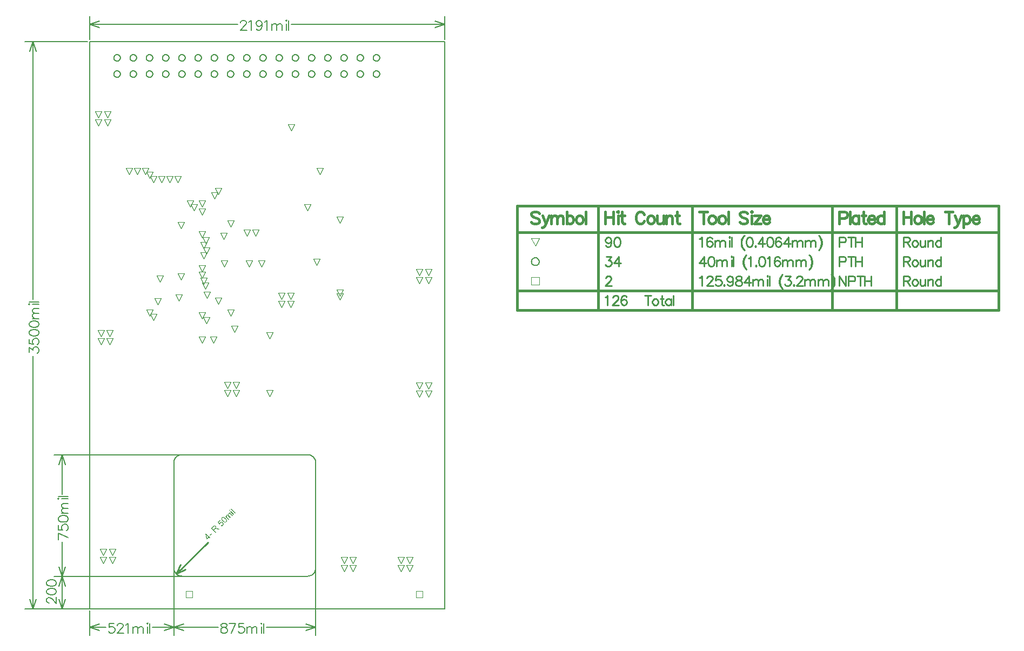
<source format=gbr>
%FSTAX23Y23*%
%MOIN*%
%SFA1B1*%

%IPPOS*%
%ADD10C,0.010000*%
%ADD11C,0.005000*%
%ADD13C,0.008000*%
%ADD17C,0.006000*%
%ADD36C,0.001000*%
%ADD54C,0.007000*%
%ADD55C,0.016000*%
%LNmb785a-1*%
%LPD*%
G36*
X-04439Y-01206D02*
X-04449Y-01217D01*
X-04443Y-01226*
Y-01225*
Y-01224*
Y-01223*
X-04442Y-01222*
Y-01221*
X-04441Y-0122*
X-0444Y-01219*
X-04439Y-01218*
X-04438*
Y-01217*
X-04437*
X-04436Y-01216*
X-04435*
X-04434*
X-04433*
X-04432*
X-04431*
X-0443*
X-04429*
X-04428*
X-04427*
Y-01217*
X-04426*
X-04425Y-01218*
X-04424*
Y-01219*
X-04423*
Y-0122*
X-04422*
Y-01221*
X-04421*
Y-01222*
X-0442Y-01223*
Y-01225*
X-04419*
Y-01226*
Y-01227*
Y-01228*
Y-01229*
Y-0123*
Y-01231*
Y-01232*
Y-01233*
X-0442Y-01234*
Y-01235*
Y-01236*
X-04421Y-01237*
X-04422*
Y-01238*
X-04423Y-01239*
X-04424Y-0124*
X-04425*
X-04426Y-01241*
X-04427Y-01242*
X-04428*
X-04429*
X-0443*
X-04431*
X-04432*
X-04433*
X-04434*
X-04435*
X-04436Y-01241*
X-04437*
X-04438Y-0124*
X-04439Y-01239*
X-04436Y-01236*
X-04435*
X-04434*
Y-01237*
X-04433*
X-04432Y-01238*
X-04431*
X-0443*
X-04429*
X-04428Y-01237*
X-04427*
X-04426Y-01236*
X-04425*
Y-01235*
X-04424*
Y-01234*
Y-01233*
X-04423Y-01232*
Y-01231*
Y-0123*
Y-01229*
Y-01228*
X-04424Y-01227*
Y-01226*
X-04425Y-01224*
X-04426Y-01223*
X-04427*
Y-01222*
X-04428*
X-04429Y-01221*
X-0443*
X-04431*
X-04432Y-0122*
X-04433*
X-04434Y-01221*
X-04435*
X-04436*
X-04437Y-01222*
X-04438Y-01223*
X-04439*
Y-01224*
X-0444Y-01225*
Y-01226*
Y-01227*
Y-01228*
Y-01229*
Y-0123*
X-04444Y-01233*
X-04455Y-01217*
X-04442Y-01203*
X-04439Y-01206*
G37*
G36*
X-0442Y-01186D02*
X-04419D01*
X-04418Y-01187*
X-04417*
X-04416*
X-04415Y-01188*
X-04414*
X-04413Y-01189*
X-04412*
Y-0119*
X-04411*
X-0441Y-01191*
X-04409Y-01192*
X-04408*
Y-01193*
X-04407Y-01194*
X-04406*
Y-01195*
X-04405*
Y-01196*
X-04404Y-01197*
X-04402Y-01199*
X-04401Y-012*
X-044Y-01202*
X-04399Y-01203*
Y-01204*
Y-01205*
Y-01206*
X-04398Y-01207*
Y-01208*
Y-01209*
Y-01211*
Y-01212*
Y-01213*
X-04399Y-01214*
Y-01215*
X-044Y-01216*
X-04401Y-01217*
X-04402*
Y-01218*
X-04403*
Y-01219*
X-04404*
X-04405Y-0122*
X-04406*
X-04407*
X-04408Y-01221*
X-04409*
X-0441*
Y-0122*
X-04411*
X-04412*
X-04413*
X-04414Y-01219*
X-04415*
X-04416Y-01218*
X-04417Y-01217*
X-04419*
X-0442Y-01216*
X-04421Y-01215*
X-04422Y-01213*
X-04424Y-01212*
X-04425Y-01211*
X-04426Y-0121*
X-04427Y-01209*
X-04428Y-01208*
X-04429Y-01206*
X-0443Y-01205*
Y-01204*
X-04431Y-01203*
Y-01202*
X-04432Y-01201*
Y-012*
Y-01199*
Y-01197*
Y-01196*
Y-01195*
Y-01194*
X-04431Y-01193*
Y-01192*
X-0443Y-01191*
X-04429Y-01189*
X-04428*
Y-01188*
X-04427*
X-04426Y-01187*
X-04425*
X-04424Y-01186*
X-04423*
X-04422*
X-04421*
X-0442*
G37*
G36*
X-04473Y-01239D02*
X-04471D01*
X-0447*
X-04469Y-0124*
X-04468*
X-04467Y-01241*
X-04466Y-01242*
X-04465*
Y-01243*
Y-01244*
X-04464Y-01245*
Y-01246*
X-04463Y-01247*
Y-01248*
Y-01249*
Y-0125*
X-04464Y-01251*
Y-01252*
Y-01253*
X-04465Y-01254*
Y-01255*
X-04466Y-01256*
Y-01257*
X-04465Y-01256*
X-04464*
X-04463*
X-04462*
X-04461*
X-0446*
X-04459*
X-04458*
X-04456Y-01257*
X-04444Y-01259*
X-04449Y-01264*
X-04458Y-01262*
X-04459*
Y-01261*
X-0446*
X-04461*
X-04462*
X-04463*
X-04464*
X-04465*
X-04466Y-0126*
X-04467*
Y-01261*
X-04468*
X-04469*
X-0447*
Y-01262*
X-04471*
X-04472*
Y-01263*
X-04477Y-01267*
X-04465Y-0128*
X-04468Y-01283*
X-04495Y-01256*
X-04483Y-01244*
Y-01243*
X-04482*
X-04481Y-01242*
X-0448Y-01241*
X-04479Y-0124*
X-04478*
Y-01239*
X-04477*
X-04476*
X-04475*
X-04474*
X-04473*
G37*
G36*
X-04509Y-01305D02*
X-04506Y-01302D01*
X-04503Y-01305*
X-04506Y-01308*
X-045Y-01315*
X-04503Y-01318*
X-0451Y-01312*
X-04522Y-01323*
X-04525Y-0132*
X-0453Y-0129*
X-04527Y-01288*
X-04509Y-01305*
G37*
G36*
X-04491Y-0129D02*
X-04501Y-013D01*
X-04505Y-01297*
X-04494Y-01286*
X-04491Y-0129*
G37*
G36*
X-04353Y-01168D02*
X-04357Y-01172D01*
X-04377Y-01152*
X-04373Y-01149*
X-04353Y-01168*
G37*
G36*
X-04345Y-0116D02*
X-04348Y-01163D01*
X-04376Y-01136*
X-04372Y-01133*
X-04345Y-0116*
G37*
G36*
X-04377Y-01145D02*
X-0438Y-01148D01*
X-04384Y-01145*
X-04381Y-01141*
X-04377Y-01145*
G37*
G36*
X-04381Y-0116D02*
D01*
X-0438*
X-04379Y-01161*
X-04378*
X-04377Y-01162*
X-04376*
Y-01163*
X-04375*
X-04362Y-01177*
X-04365Y-0118*
X-04377Y-01168*
X-04378*
Y-01167*
X-04379*
Y-01166*
X-0438*
Y-01165*
X-04381*
X-04382*
X-04383*
X-04384*
X-04385*
Y-01166*
X-04386*
Y-01167*
X-04387Y-01168*
X-04388Y-01169*
Y-0117*
Y-01171*
Y-01172*
Y-01173*
X-04387Y-01174*
Y-01175*
X-04386Y-01176*
X-04385Y-01177*
X-04373Y-01188*
X-04377Y-01192*
X-0439Y-01179*
Y-01178*
X-04391*
X-04392Y-01177*
X-04393*
X-04394Y-01176*
X-04395Y-01177*
X-04396*
X-04397*
X-04398Y-01178*
Y-01179*
X-04399*
Y-0118*
Y-01181*
Y-01182*
Y-01183*
Y-01184*
Y-01185*
Y-01186*
X-04398*
Y-01187*
X-04397Y-01188*
X-04396Y-01189*
X-04395Y-0119*
X-04385Y-012*
X-04389Y-01204*
X-04408Y-01184*
X-04405Y-01181*
X-04402Y-01184*
Y-01183*
X-04403*
Y-01182*
Y-01181*
X-04402Y-0118*
Y-01179*
Y-01178*
Y-01177*
X-04401*
Y-01176*
X-044Y-01175*
Y-01174*
X-04399*
X-04398Y-01173*
X-04397Y-01172*
X-04396*
X-04395*
X-04394*
X-04393*
X-04392*
X-04391*
Y-01171*
Y-0117*
Y-01169*
Y-01168*
X-0439Y-01167*
Y-01166*
Y-01165*
X-04389Y-01164*
Y-01163*
X-04388*
Y-01162*
X-04387*
X-04386Y-01161*
X-04385*
X-04384Y-0116*
X-04383*
X-04382*
X-04381*
G37*
%LNmb785a-2*%
%LPC*%
G36*
X-04525Y-01296D02*
X-04521Y-01317D01*
X-04513Y-01309*
X-04525Y-01296*
G37*
G36*
X-04421Y-0119D02*
D01*
X-04422*
X-04423Y-01191*
X-04424*
X-04425*
X-04426Y-01192*
X-04427Y-01193*
Y-01194*
X-04428Y-01195*
Y-01196*
Y-01197*
Y-01198*
Y-01199*
X-04427Y-012*
Y-01201*
X-04426Y-01202*
X-04425Y-01203*
X-04424Y-01204*
Y-01205*
X-04423Y-01206*
X-04422Y-01207*
X-0442Y-01209*
X-04419Y-0121*
X-04418Y-01211*
X-04417*
Y-01212*
X-04415Y-01213*
X-04413Y-01215*
X-04412*
Y-01216*
X-04411*
X-0441*
X-04409*
X-04408*
X-04407*
X-04406*
X-04405Y-01215*
X-04404*
Y-01214*
X-04403Y-01213*
Y-01212*
X-04402Y-01211*
Y-0121*
Y-01209*
Y-01208*
X-04403Y-01207*
Y-01206*
X-04404Y-01205*
Y-01204*
X-04405Y-01203*
X-04406Y-01202*
Y-01201*
X-04407Y-012*
X-04408Y-01199*
X-0441Y-01198*
Y-01197*
X-04411*
Y-01196*
X-04412*
X-04413Y-01195*
Y-01194*
X-04415Y-01193*
X-04417Y-01192*
X-04418Y-01191*
X-04419*
X-0442*
Y-0119*
Y-01191*
X-04421Y-0119*
G37*
G36*
X-04474Y-01244D02*
X-04475D01*
X-04476*
X-04477*
X-04478Y-01245*
X-04479Y-01246*
X-0448Y-01247*
X-04489Y-01255*
X-0448Y-01264*
X-04472Y-01257*
Y-01256*
X-04471*
Y-01255*
X-0447*
Y-01254*
X-04469Y-01253*
Y-01252*
X-04468*
Y-01251*
Y-0125*
Y-01249*
Y-01248*
X-04469*
Y-01247*
Y-01246*
X-0447Y-01245*
X-04471*
Y-01244*
X-04472*
X-04473*
X-04474*
G37*
%LNmb785a-3*%
%LPD*%
G54D10*
X-04707Y-01533D02*
X-04516Y-01343D01*
X-04711Y-01537D02*
X-04676Y-01502D01*
X-04711Y-01537D02*
X-04654Y-01509D01*
X-04711Y-01537D02*
X-04683Y-01481D01*
X-02027Y0052D02*
X-0203Y00511D01*
X-02036Y00506*
X-02044Y00503*
X-02047*
X-02056Y00506*
X-02062Y00511*
X-02064Y0052*
Y00523*
X-02062Y00531*
X-02056Y00537*
X-02047Y0054*
X-02044*
X-02036Y00537*
X-0203Y00531*
X-02027Y0052*
Y00506*
X-0203Y00491*
X-02036Y00483*
X-02044Y0048*
X-0205*
X-02059Y00483*
X-02062Y00489*
X-01994Y0054D02*
X-02002Y00537D01*
X-02008Y00529*
X-02011Y00514*
Y00506*
X-02008Y00491*
X-02002Y00483*
X-01994Y0048*
X-01988*
X-0198Y00483*
X-01974Y00491*
X-01971Y00506*
Y00514*
X-01974Y00529*
X-0198Y00537*
X-01988Y0054*
X-01994*
X-01483Y00529D02*
X-01478Y00531D01*
X-01469Y0054*
Y0048*
X-01405Y00531D02*
X-01408Y00537D01*
X-01417Y0054*
X-01422*
X-01431Y00537*
X-01437Y00529*
X-01439Y00514*
Y005*
X-01437Y00489*
X-01431Y00483*
X-01422Y0048*
X-01419*
X-01411Y00483*
X-01405Y00489*
X-01402Y00497*
Y005*
X-01405Y00509*
X-01411Y00514*
X-01419Y00517*
X-01422*
X-01431Y00514*
X-01437Y00509*
X-01439Y005*
X-01389Y0052D02*
Y0048D01*
Y00509D02*
X-01381Y00517D01*
X-01375Y0052*
X-01366*
X-01361Y00517*
X-01358Y00509*
Y0048*
Y00509D02*
X-01349Y00517D01*
X-01343Y0052*
X-01335*
X-01329Y00517*
X-01326Y00509*
Y0048*
X-01302Y0054D02*
X-01299Y00537D01*
X-01296Y0054*
X-01299Y00543*
X-01302Y0054*
X-01299Y0052D02*
Y0048D01*
X-01285Y0054D02*
Y0048D01*
X-01206Y00551D02*
X-01211Y00546D01*
X-01217Y00537*
X-01223Y00526*
X-01226Y00511*
Y005*
X-01223Y00486*
X-01217Y00474*
X-01211Y00466*
X-01206Y0046*
X-01211Y00546D02*
X-01217Y00534D01*
X-0122Y00526*
X-01223Y00511*
Y005*
X-0122Y00486*
X-01217Y00477*
X-01211Y00466*
X-01177Y0054D02*
X-01186Y00537D01*
X-01191Y00529*
X-01194Y00514*
Y00506*
X-01191Y00491*
X-01186Y00483*
X-01177Y0048*
X-01171*
X-01163Y00483*
X-01157Y00491*
X-01154Y00506*
Y00514*
X-01157Y00529*
X-01163Y00537*
X-01171Y0054*
X-01177*
X-01138Y00486D02*
X-01141Y00483D01*
X-01138Y0048*
X-01135Y00483*
X-01138Y00486*
X-01093Y0054D02*
X-01122Y005D01*
X-01079*
X-01093Y0054D02*
Y0048D01*
X-01051Y0054D02*
X-0106Y00537D01*
X-01066Y00529*
X-01069Y00514*
Y00506*
X-01066Y00491*
X-0106Y00483*
X-01051Y0048*
X-01046*
X-01037Y00483*
X-01031Y00491*
X-01029Y00506*
Y00514*
X-01031Y00529*
X-01037Y00537*
X-01046Y0054*
X-01051*
X-00981Y00531D02*
X-00984Y00537D01*
X-00992Y0054*
X-00998*
X-01007Y00537*
X-01012Y00529*
X-01015Y00514*
Y005*
X-01012Y00489*
X-01007Y00483*
X-00998Y0048*
X-00995*
X-00987Y00483*
X-00981Y00489*
X-00978Y00497*
Y005*
X-00981Y00509*
X-00987Y00514*
X-00995Y00517*
X-00998*
X-01007Y00514*
X-01012Y00509*
X-01015Y005*
X-00936Y0054D02*
X-00965Y005D01*
X-00922*
X-00936Y0054D02*
Y0048D01*
X-00911Y0052D02*
Y0048D01*
Y00509D02*
X-00903Y00517D01*
X-00897Y0052*
X-00889*
X-00883Y00517*
X-0088Y00509*
Y0048*
Y00509D02*
X-00872Y00517D01*
X-00866Y0052*
X-00857*
X-00852Y00517*
X-00849Y00509*
Y0048*
X-0083Y0052D02*
Y0048D01*
Y00509D02*
X-00821Y00517D01*
X-00816Y0052*
X-00807*
X-00801Y00517*
X-00798Y00509*
Y0048*
Y00509D02*
X-0079Y00517D01*
X-00784Y0052*
X-00776*
X-0077Y00517*
X-00767Y00509*
Y0048*
X-00748Y00551D02*
X-00742Y00546D01*
X-00737Y00537*
X-00731Y00526*
X-00728Y00511*
Y005*
X-00731Y00486*
X-00737Y00474*
X-00742Y00466*
X-00748Y0046*
X-00742Y00546D02*
X-00737Y00534D01*
X-00734Y00526*
X-00731Y00511*
Y005*
X-00734Y00486*
X-00737Y00477*
X-00742Y00466*
X-0062Y00509D02*
X-00594D01*
X-00586Y00511*
X-00583Y00514*
X-0058Y0052*
Y00529*
X-00583Y00534*
X-00586Y00537*
X-00594Y0054*
X-0062*
Y0048*
X-00547Y0054D02*
Y0048D01*
X-00567Y0054D02*
X-00527D01*
X-0052D02*
Y0048D01*
X-0048Y0054D02*
Y0048D01*
X-0052Y00511D02*
X-0048D01*
X-00225Y0054D02*
Y0048D01*
Y0054D02*
X-00199D01*
X-00191Y00537*
X-00188Y00534*
X-00185Y00529*
Y00523*
X-00188Y00517*
X-00191Y00514*
X-00199Y00511*
X-00225*
X-00205D02*
X-00185Y0048D01*
X-00157Y0052D02*
X-00163Y00517D01*
X-00169Y00511*
X-00172Y00503*
Y00497*
X-00169Y00489*
X-00163Y00483*
X-00157Y0048*
X-00149*
X-00143Y00483*
X-00137Y00489*
X-00135Y00497*
Y00503*
X-00137Y00511*
X-00143Y00517*
X-00149Y0052*
X-00157*
X-00122D02*
Y00491D01*
X-00119Y00483*
X-00113Y0048*
X-00104*
X-00099Y00483*
X-0009Y00491*
Y0052D02*
Y0048D01*
X-00074Y0052D02*
Y0048D01*
Y00509D02*
X-00066Y00517D01*
X-0006Y0052*
X-00052*
X-00046Y00517*
X-00043Y00509*
Y0048*
X00007Y0054D02*
Y0048D01*
Y00511D02*
X00001Y00517D01*
X-00004Y0052*
X-00013*
X-00019Y00517*
X-00024Y00511*
X-00027Y00503*
Y00497*
X-00024Y00489*
X-00019Y00483*
X-00013Y0048*
X-00004*
X00001Y00483*
X00007Y00489*
X-02059Y0042D02*
X-02027D01*
X-02044Y00397*
X-02036*
X-0203Y00394*
X-02027Y00391*
X-02024Y00383*
Y00377*
X-02027Y00369*
X-02033Y00363*
X-02042Y0036*
X-0205*
X-02059Y00363*
X-02062Y00366*
X-02064Y00371*
X-01982Y0042D02*
X-02011Y0038D01*
X-01968*
X-01982Y0042D02*
Y0036D01*
X-01455Y0042D02*
X-01483Y0038D01*
X-01441*
X-01455Y0042D02*
Y0036D01*
X-01413Y0042D02*
X-01421Y00417D01*
X-01427Y00409*
X-0143Y00394*
Y00386*
X-01427Y00371*
X-01421Y00363*
X-01413Y0036*
X-01407*
X-01399Y00363*
X-01393Y00371*
X-0139Y00386*
Y00394*
X-01393Y00409*
X-01399Y00417*
X-01407Y0042*
X-01413*
X-01377Y004D02*
Y0036D01*
Y00389D02*
X-01368Y00397D01*
X-01362Y004*
X-01354*
X-01348Y00397*
X-01345Y00389*
Y0036*
Y00389D02*
X-01337Y00397D01*
X-01331Y004*
X-01322*
X-01317Y00397*
X-01314Y00389*
Y0036*
X-01289Y0042D02*
X-01286Y00417D01*
X-01283Y0042*
X-01286Y00423*
X-01289Y0042*
X-01286Y004D02*
Y0036D01*
X-01273Y0042D02*
Y0036D01*
X-01193Y00431D02*
X-01199Y00426D01*
X-01205Y00417*
X-0121Y00406*
X-01213Y00391*
Y0038*
X-0121Y00366*
X-01205Y00354*
X-01199Y00346*
X-01193Y0034*
X-01199Y00426D02*
X-01205Y00414D01*
X-01207Y00406*
X-0121Y00391*
Y0038*
X-01207Y00366*
X-01205Y00357*
X-01199Y00346*
X-01182Y00409D02*
X-01176Y00411D01*
X-01167Y0042*
Y0036*
X-01135Y00366D02*
X-01138Y00363D01*
X-01135Y0036*
X-01132Y00363*
X-01135Y00366*
X-01102Y0042D02*
X-0111Y00417D01*
X-01116Y00409*
X-01119Y00394*
Y00386*
X-01116Y00371*
X-0111Y00363*
X-01102Y0036*
X-01096*
X-01087Y00363*
X-01082Y00371*
X-01079Y00386*
Y00394*
X-01082Y00409*
X-01087Y00417*
X-01096Y0042*
X-01102*
X-01065Y00409D02*
X-0106Y00411D01*
X-01051Y0042*
Y0036*
X-00987Y00411D02*
X-0099Y00417D01*
X-00999Y0042*
X-01004*
X-01013Y00417*
X-01019Y00409*
X-01021Y00394*
Y0038*
X-01019Y00369*
X-01013Y00363*
X-01004Y0036*
X-01001*
X-00993Y00363*
X-00987Y00369*
X-00984Y00377*
Y0038*
X-00987Y00389*
X-00993Y00394*
X-01001Y00397*
X-01004*
X-01013Y00394*
X-01019Y00389*
X-01021Y0038*
X-00971Y004D02*
Y0036D01*
Y00389D02*
X-00963Y00397D01*
X-00957Y004*
X-00948*
X-00943Y00397*
X-0094Y00389*
Y0036*
Y00389D02*
X-00931Y00397D01*
X-00925Y004*
X-00917*
X-00911Y00397*
X-00908Y00389*
Y0036*
X-00889Y004D02*
Y0036D01*
Y00389D02*
X-00881Y00397D01*
X-00875Y004*
X-00867*
X-00861Y00397*
X-00858Y00389*
Y0036*
Y00389D02*
X-0085Y00397D01*
X-00844Y004*
X-00835*
X-0083Y00397*
X-00827Y00389*
Y0036*
X-00808Y00431D02*
X-00802Y00426D01*
X-00796Y00417*
X-00791Y00406*
X-00788Y00391*
Y0038*
X-00791Y00366*
X-00796Y00354*
X-00802Y00346*
X-00808Y0034*
X-00802Y00426D02*
X-00796Y00414D01*
X-00794Y00406*
X-00791Y00391*
Y0038*
X-00794Y00366*
X-00796Y00357*
X-00802Y00346*
X-0062Y00389D02*
X-00594D01*
X-00586Y00391*
X-00583Y00394*
X-0058Y004*
Y00409*
X-00583Y00414*
X-00586Y00417*
X-00594Y0042*
X-0062*
Y0036*
X-00547Y0042D02*
Y0036D01*
X-00567Y0042D02*
X-00527D01*
X-0052D02*
Y0036D01*
X-0048Y0042D02*
Y0036D01*
X-0052Y00391D02*
X-0048D01*
X-00225Y0042D02*
Y0036D01*
Y0042D02*
X-00199D01*
X-00191Y00417*
X-00188Y00414*
X-00185Y00409*
Y00403*
X-00188Y00397*
X-00191Y00394*
X-00199Y00391*
X-00225*
X-00205D02*
X-00185Y0036D01*
X-00157Y004D02*
X-00163Y00397D01*
X-00169Y00391*
X-00172Y00383*
Y00377*
X-00169Y00369*
X-00163Y00363*
X-00157Y0036*
X-00149*
X-00143Y00363*
X-00137Y00369*
X-00135Y00377*
Y00383*
X-00137Y00391*
X-00143Y00397*
X-00149Y004*
X-00157*
X-00122D02*
Y00371D01*
X-00119Y00363*
X-00113Y0036*
X-00104*
X-00099Y00363*
X-0009Y00371*
Y004D02*
Y0036D01*
X-00074Y004D02*
Y0036D01*
Y00389D02*
X-00066Y00397D01*
X-0006Y004*
X-00052*
X-00046Y00397*
X-00043Y00389*
Y0036*
X00007Y0042D02*
Y0036D01*
Y00391D02*
X00001Y00397D01*
X-00004Y004*
X-00013*
X-00019Y00397*
X-00024Y00391*
X-00027Y00383*
Y00377*
X-00024Y00369*
X-00019Y00363*
X-00013Y0036*
X-00004*
X00001Y00363*
X00007Y00369*
X-02062Y00286D02*
Y00289D01*
X-02059Y00294*
X-02056Y00297*
X-0205Y003*
X-02039*
X-02033Y00297*
X-0203Y00294*
X-02027Y00289*
Y00283*
X-0203Y00277*
X-02036Y00269*
X-02064Y0024*
X-02024*
X-01483Y00289D02*
X-01478Y00291D01*
X-01469Y003*
Y0024*
X-01437Y00286D02*
Y00289D01*
X-01434Y00294*
X-01431Y00297*
X-01425Y003*
X-01414*
X-01408Y00297*
X-01405Y00294*
X-01402Y00289*
Y00283*
X-01405Y00277*
X-01411Y00269*
X-01439Y0024*
X-01399*
X-01352Y003D02*
X-0138D01*
X-01383Y00274*
X-0138Y00277*
X-01372Y0028*
X-01363*
X-01355Y00277*
X-01349Y00271*
X-01346Y00263*
Y00257*
X-01349Y00249*
X-01355Y00243*
X-01363Y0024*
X-01372*
X-0138Y00243*
X-01383Y00246*
X-01386Y00251*
X-0133Y00246D02*
X-01333Y00243D01*
X-0133Y0024*
X-01327Y00243*
X-0133Y00246*
X-01277Y0028D02*
X-01279Y00271D01*
X-01285Y00266*
X-01294Y00263*
X-01297*
X-01305Y00266*
X-01311Y00271*
X-01314Y0028*
Y00283*
X-01311Y00291*
X-01305Y00297*
X-01297Y003*
X-01294*
X-01285Y00297*
X-01279Y00291*
X-01277Y0028*
Y00266*
X-01279Y00251*
X-01285Y00243*
X-01294Y0024*
X-01299*
X-01308Y00243*
X-01311Y00249*
X-01246Y003D02*
X-01255Y00297D01*
X-01257Y00291*
Y00286*
X-01255Y0028*
X-01249Y00277*
X-01237Y00274*
X-01229Y00271*
X-01223Y00266*
X-0122Y0026*
Y00251*
X-01223Y00246*
X-01226Y00243*
X-01235Y0024*
X-01246*
X-01255Y00243*
X-01257Y00246*
X-0126Y00251*
Y0026*
X-01257Y00266*
X-01252Y00271*
X-01243Y00274*
X-01232Y00277*
X-01226Y0028*
X-01223Y00286*
Y00291*
X-01226Y00297*
X-01235Y003*
X-01246*
X-01178D02*
X-01207Y0026D01*
X-01164*
X-01178Y003D02*
Y0024D01*
X-01153Y0028D02*
Y0024D01*
Y00269D02*
X-01145Y00277D01*
X-01139Y0028*
X-01131*
X-01125Y00277*
X-01122Y00269*
Y0024*
Y00269D02*
X-01113Y00277D01*
X-01108Y0028*
X-01099*
X-01093Y00277*
X-01091Y00269*
Y0024*
X-01066Y003D02*
X-01063Y00297D01*
X-0106Y003*
X-01063Y00303*
X-01066Y003*
X-01063Y0028D02*
Y0024D01*
X-0105Y003D02*
Y0024D01*
X-0097Y00311D02*
X-00976Y00306D01*
X-00981Y00297*
X-00987Y00286*
X-0099Y00271*
Y0026*
X-00987Y00246*
X-00981Y00234*
X-00976Y00226*
X-0097Y0022*
X-00976Y00306D02*
X-00981Y00294D01*
X-00984Y00286*
X-00987Y00271*
Y0026*
X-00984Y00246*
X-00981Y00237*
X-00976Y00226*
X-00953Y003D02*
X-00921D01*
X-00939Y00277*
X-0093*
X-00924Y00274*
X-00921Y00271*
X-00919Y00263*
Y00257*
X-00921Y00249*
X-00927Y00243*
X-00936Y0024*
X-00944*
X-00953Y00243*
X-00956Y00246*
X-00959Y00251*
X-00902Y00246D02*
X-00905Y00243D01*
X-00902Y0024*
X-00899Y00243*
X-00902Y00246*
X-00883Y00286D02*
Y00289D01*
X-00881Y00294*
X-00878Y00297*
X-00872Y003*
X-00861*
X-00855Y00297*
X-00852Y00294*
X-00849Y00289*
Y00283*
X-00852Y00277*
X-00858Y00269*
X-00886Y0024*
X-00846*
X-00833Y0028D02*
Y0024D01*
Y00269D02*
X-00824Y00277D01*
X-00819Y0028*
X-0081*
X-00804Y00277*
X-00802Y00269*
Y0024*
Y00269D02*
X-00793Y00277D01*
X-00787Y0028*
X-00779*
X-00773Y00277*
X-0077Y00269*
Y0024*
X-00751Y0028D02*
Y0024D01*
Y00269D02*
X-00743Y00277D01*
X-00737Y0028*
X-00728*
X-00723Y00277*
X-0072Y00269*
Y0024*
Y00269D02*
X-00711Y00277D01*
X-00706Y0028*
X-00697*
X-00691Y00277*
X-00688Y00269*
Y0024*
X-0067Y00311D02*
X-00664Y00306D01*
X-00658Y00297*
X-00652Y00286*
X-0065Y00271*
Y0026*
X-00652Y00246*
X-00658Y00234*
X-00664Y00226*
X-0067Y0022*
X-00664Y00306D02*
X-00658Y00294D01*
X-00655Y00286*
X-00652Y00271*
Y0026*
X-00655Y00246*
X-00658Y00237*
X-00664Y00226*
X-0062Y003D02*
Y0024D01*
Y003D02*
X-0058Y0024D01*
Y003D02*
Y0024D01*
X-00564Y00269D02*
X-00538D01*
X-00529Y00271*
X-00526Y00274*
X-00524Y0028*
Y00289*
X-00526Y00294*
X-00529Y00297*
X-00538Y003*
X-00564*
Y0024*
X-0049Y003D02*
Y0024D01*
X-0051Y003D02*
X-0047D01*
X-00463D02*
Y0024D01*
X-00423Y003D02*
Y0024D01*
X-00463Y00271D02*
X-00423D01*
X-00225Y003D02*
Y0024D01*
Y003D02*
X-00199D01*
X-00191Y00297*
X-00188Y00294*
X-00185Y00289*
Y00283*
X-00188Y00277*
X-00191Y00274*
X-00199Y00271*
X-00225*
X-00205D02*
X-00185Y0024D01*
X-00157Y0028D02*
X-00163Y00277D01*
X-00169Y00271*
X-00172Y00263*
Y00257*
X-00169Y00249*
X-00163Y00243*
X-00157Y0024*
X-00149*
X-00143Y00243*
X-00137Y00249*
X-00135Y00257*
Y00263*
X-00137Y00271*
X-00143Y00277*
X-00149Y0028*
X-00157*
X-00122D02*
Y00251D01*
X-00119Y00243*
X-00113Y0024*
X-00104*
X-00099Y00243*
X-0009Y00251*
Y0028D02*
Y0024D01*
X-00074Y0028D02*
Y0024D01*
Y00269D02*
X-00066Y00277D01*
X-0006Y0028*
X-00052*
X-00046Y00277*
X-00043Y00269*
Y0024*
X00007Y003D02*
Y0024D01*
Y00271D02*
X00001Y00277D01*
X-00004Y0028*
X-00013*
X-00019Y00277*
X-00024Y00271*
X-00027Y00263*
Y00257*
X-00024Y00249*
X-00019Y00243*
X-00013Y0024*
X-00004*
X00001Y00243*
X00007Y00249*
X-02064Y00169D02*
X-02059Y00171D01*
X-0205Y0018*
Y0012*
X-02018Y00166D02*
Y00169D01*
X-02015Y00174*
X-02012Y00177*
X-02006Y0018*
X-01995*
X-01989Y00177*
X-01986Y00174*
X-01983Y00169*
Y00163*
X-01986Y00157*
X-01992Y00149*
X-0202Y0012*
X-0198*
X-01933Y00171D02*
X-01936Y00177D01*
X-01944Y0018*
X-0195*
X-01958Y00177*
X-01964Y00169*
X-01967Y00154*
Y0014*
X-01964Y00129*
X-01958Y00123*
X-0195Y0012*
X-01947*
X-01938Y00123*
X-01933Y00129*
X-0193Y00137*
Y0014*
X-01933Y00149*
X-01938Y00154*
X-01947Y00157*
X-0195*
X-01958Y00154*
X-01964Y00149*
X-01967Y0014*
X-01802Y0018D02*
Y0012D01*
X-01822Y0018D02*
X-01782D01*
X-0176Y0016D02*
X-01766Y00157D01*
X-01772Y00151*
X-01775Y00143*
Y00137*
X-01772Y00129*
X-01766Y00123*
X-0176Y0012*
X-01752*
X-01746Y00123*
X-0174Y00129*
X-01738Y00137*
Y00143*
X-0174Y00151*
X-01746Y00157*
X-01752Y0016*
X-0176*
X-01716Y0018D02*
Y00131D01*
X-01713Y00123*
X-01707Y0012*
X-01702*
X-01724Y0016D02*
X-01704D01*
X-01659D02*
Y0012D01*
Y00151D02*
X-01664Y00157D01*
X-0167Y0016*
X-01679*
X-01684Y00157*
X-0169Y00151*
X-01693Y00143*
Y00137*
X-0169Y00129*
X-01684Y00123*
X-01679Y0012*
X-0167*
X-01664Y00123*
X-01659Y00129*
X-01643Y0018D02*
Y0012D01*
G54D11*
X-03851Y-00852D02*
D01*
X-03851Y-00848*
X-03851Y-00845*
X-03852Y-00841*
X-03852Y-00838*
X-03854Y-00834*
X-03855Y-00831*
X-03856Y-00828*
X-03858Y-00825*
X-0386Y-00822*
X-03862Y-00819*
X-03865Y-00817*
X-03867Y-00814*
X-0387Y-00812*
X-03873Y-0081*
X-03876Y-00808*
X-03879Y-00807*
X-03882Y-00805*
X-03885Y-00804*
X-03888Y-00803*
X-03892Y-00802*
X-03895Y-00802*
X-03899Y-00802*
X-03901Y-00802*
Y-01552D02*
D01*
X-03897Y-01551*
X-03894Y-01551*
X-0389Y-0155*
X-03887Y-0155*
X-03883Y-01548*
X-0388Y-01547*
X-03877Y-01546*
X-03874Y-01544*
X-03871Y-01542*
X-03868Y-0154*
X-03866Y-01537*
X-03863Y-01535*
X-03861Y-01532*
X-03859Y-01529*
X-03857Y-01527*
X-03856Y-01523*
X-03854Y-0152*
X-03853Y-01517*
X-03852Y-01514*
X-03851Y-0151*
X-03851Y-01507*
X-03851Y-01503*
X-03851Y-01502*
X-04676Y-00802D02*
D01*
X-04679Y-00802*
X-04682Y-00802*
X-04686Y-00803*
X-04689Y-00803*
X-04693Y-00805*
X-04696Y-00806*
X-04699Y-00807*
X-04702Y-00809*
X-04705Y-00811*
X-04708Y-00813*
X-0471Y-00816*
X-04713Y-00818*
X-04715Y-00821*
X-04717Y-00824*
X-04719Y-00827*
X-0472Y-0083*
X-04722Y-00833*
X-04723Y-00836*
X-04724Y-00839*
X-04725Y-00843*
X-04725Y-00846*
X-04725Y-0085*
X-04726Y-00852*
Y-01502D02*
D01*
X-04725Y-01505*
X-04725Y-01508*
X-04724Y-01512*
X-04724Y-01515*
X-04722Y-01519*
X-04721Y-01522*
X-0472Y-01525*
X-04718Y-01528*
X-04716Y-01531*
X-04714Y-01534*
X-04711Y-01536*
X-04709Y-01539*
X-04706Y-01541*
X-04703Y-01543*
X-04701Y-01545*
X-04697Y-01546*
X-04694Y-01548*
X-04691Y-01549*
X-04688Y-0155*
X-04684Y-01551*
X-04681Y-01551*
X-04677Y-01551*
X-04676Y-01552*
X-03851Y-01915D02*
Y-01514D01*
X-04726Y-01915D02*
Y-01514D01*
X-04156Y-01865D02*
X-03851D01*
X-04726D02*
X-04452D01*
X-03911Y-01845D02*
X-03851Y-01865D01*
X-03911Y-01885D02*
X-03851Y-01865D01*
X-04726D02*
X-04666Y-01885D01*
X-04726Y-01865D02*
X-04666Y-01845D01*
X-05246Y-01915D02*
Y-01764D01*
X-04726Y-01915D02*
Y-01514D01*
X-05246Y-01865D02*
X-05145D01*
X-04859D02*
X-04726D01*
X-05246D02*
X-05186Y-01885D01*
X-05246Y-01865D02*
X-05186Y-01845D01*
X-04786D02*
X-04726Y-01865D01*
X-04786Y-01885D02*
X-04726Y-01865D01*
X-05465Y-01752D02*
X-04798D01*
X-05465Y-01552D02*
X-04688D01*
X-05415Y-01752D02*
Y-01652D01*
Y-01552*
Y-01752D02*
X-05395Y-01692D01*
X-05435D02*
X-05415Y-01752D01*
X-05435Y-01612D02*
X-05415Y-01552D01*
X-05395Y-01612*
X-05465Y-01552D02*
X-03913D01*
X-05465Y-00802D02*
X-04688D01*
X-05415Y-01552D02*
Y-01341D01*
Y-01045D02*
Y-00802D01*
Y-01552D02*
X-05395Y-01492D01*
X-05435D02*
X-05415Y-01552D01*
X-05435Y-00862D02*
X-05415Y-00802D01*
X-05395Y-00862*
X-05645Y-01752D02*
X-05259D01*
X-05645Y01748D02*
X-05258D01*
X-05595Y-01752D02*
Y-00192D01*
Y00157D02*
Y01748D01*
Y-01752D02*
X-05575Y-01692D01*
X-05615D02*
X-05595Y-01752D01*
X-05615Y01688D02*
X-05595Y01748D01*
X-05575Y01688*
X-03056Y01761D02*
Y01905D01*
X-05246Y01761D02*
Y01905D01*
X-04002Y01855D02*
X-03056D01*
X-05246D02*
X-04332D01*
X-03116Y01875D02*
X-03056Y01855D01*
X-03116Y01835D02*
X-03056Y01855D01*
X-05246D02*
X-05186Y01835D01*
X-05246Y01855D02*
X-05186Y01875D01*
X-03056Y-01752D02*
Y01748D01*
X-05246D02*
X-03056D01*
X-03055Y-01552D02*
Y01492D01*
X-03056Y-01752D02*
Y01748D01*
X-05246D02*
X-03056D01*
X-05246Y-01752D02*
X-03056D01*
X-04786D02*
X-03056D01*
Y01553D01*
X-05246Y-01752D02*
Y01748D01*
X-04676Y-01552D02*
X-03901D01*
X-04676Y-00802D02*
X-03901D01*
X-03851Y-01502D02*
Y-00852D01*
X-04726Y-01502D02*
Y-00852D01*
G54D13*
X-02472Y0039D02*
D01*
X-02472Y00391*
X-02472Y00393*
X-02472Y00394*
X-02472Y00396*
X-02473Y00398*
X-02474Y00399*
X-02474Y00401*
X-02475Y00402*
X-02476Y00404*
X-02477Y00405*
X-02478Y00406*
X-02479Y00407*
X-02481Y00408*
X-02482Y00409*
X-02484Y0041*
X-02485Y00411*
X-02487Y00412*
X-02488Y00412*
X-0249Y00413*
X-02491Y00413*
X-02493Y00413*
X-02495Y00413*
X-02496*
X-02498Y00413*
X-025Y00413*
X-02501Y00413*
X-02503Y00412*
X-02504Y00412*
X-02506Y00411*
X-02508Y0041*
X-02509Y00409*
X-0251Y00408*
X-02512Y00407*
X-02513Y00406*
X-02514Y00405*
X-02515Y00404*
X-02516Y00402*
X-02517Y00401*
X-02517Y00399*
X-02518Y00398*
X-02519Y00396*
X-02519Y00394*
X-02519Y00393*
X-02519Y00391*
X-0252Y0039*
X-02519Y00388*
X-02519Y00386*
X-02519Y00385*
X-02519Y00383*
X-02518Y00381*
X-02517Y0038*
X-02517Y00378*
X-02516Y00377*
X-02515Y00375*
X-02514Y00374*
X-02513Y00373*
X-02512Y00372*
X-0251Y00371*
X-02509Y0037*
X-02508Y00369*
X-02506Y00368*
X-02504Y00367*
X-02503Y00367*
X-02501Y00366*
X-025Y00366*
X-02498Y00366*
X-02496Y00366*
X-02495*
X-02493Y00366*
X-02491Y00366*
X-0249Y00366*
X-02488Y00367*
X-02487Y00367*
X-02485Y00368*
X-02484Y00369*
X-02482Y0037*
X-02481Y00371*
X-02479Y00372*
X-02478Y00373*
X-02477Y00374*
X-02476Y00375*
X-02475Y00377*
X-02474Y00378*
X-02474Y0038*
X-02473Y00381*
X-02472Y00383*
X-02472Y00385*
X-02472Y00386*
X-02472Y00388*
X-02472Y0039*
G54D17*
X-04422Y-01842D02*
X-0443Y-01845D01*
X-04433Y-01851*
Y-01857*
X-0443Y-01862*
X-04425Y-01865*
X-04413Y-01868*
X-04405Y-01871*
X-04399Y-01877*
X-04396Y-01882*
Y-01891*
X-04399Y-01897*
X-04402Y-019*
X-0441Y-01902*
X-04422*
X-0443Y-019*
X-04433Y-01897*
X-04436Y-01891*
Y-01882*
X-04433Y-01877*
X-04428Y-01871*
X-04419Y-01868*
X-04408Y-01865*
X-04402Y-01862*
X-04399Y-01857*
Y-01851*
X-04402Y-01845*
X-0441Y-01842*
X-04422*
X-04343D02*
X-04371Y-01902D01*
X-04383Y-01842D02*
X-04343D01*
X-04295D02*
X-04324D01*
X-04326Y-01868*
X-04324Y-01865*
X-04315Y-01862*
X-04306*
X-04298Y-01865*
X-04292Y-01871*
X-04289Y-0188*
Y-01885*
X-04292Y-01894*
X-04298Y-019*
X-04306Y-01902*
X-04315*
X-04324Y-019*
X-04326Y-01897*
X-04329Y-01891*
X-04276Y-01862D02*
Y-01902D01*
Y-01874D02*
X-04267Y-01865D01*
X-04262Y-01862*
X-04253*
X-04247Y-01865*
X-04244Y-01874*
Y-01902*
Y-01874D02*
X-04236Y-01865D01*
X-0423Y-01862*
X-04222*
X-04216Y-01865*
X-04213Y-01874*
Y-01902*
X-04188Y-01842D02*
X-04186Y-01845D01*
X-04183Y-01842*
X-04186Y-0184*
X-04188Y-01842*
X-04186Y-01862D02*
Y-01902D01*
X-04172Y-01842D02*
Y-01902D01*
X-05095Y-01842D02*
X-05123D01*
X-05126Y-01868*
X-05123Y-01865*
X-05115Y-01862*
X-05106*
X-05098Y-01865*
X-05092Y-01871*
X-05089Y-0188*
Y-01885*
X-05092Y-01894*
X-05098Y-019*
X-05106Y-01902*
X-05115*
X-05123Y-019*
X-05126Y-01897*
X-05129Y-01891*
X-05073Y-01857D02*
Y-01854D01*
X-0507Y-01848*
X-05067Y-01845*
X-05061Y-01842*
X-0505*
X-05044Y-01845*
X-05041Y-01848*
X-05039Y-01854*
Y-0186*
X-05041Y-01865*
X-05047Y-01874*
X-05076Y-01902*
X-05036*
X-05022Y-01854D02*
X-05017Y-01851D01*
X-05008Y-01842*
Y-01902*
X-04978Y-01862D02*
Y-01902D01*
Y-01874D02*
X-0497Y-01865D01*
X-04964Y-01862*
X-04956*
X-0495Y-01865*
X-04947Y-01874*
Y-01902*
Y-01874D02*
X-04938Y-01865D01*
X-04933Y-01862*
X-04924*
X-04918Y-01865*
X-04916Y-01874*
Y-01902*
X-04891Y-01842D02*
X-04888Y-01845D01*
X-04885Y-01842*
X-04888Y-0184*
X-04891Y-01842*
X-04888Y-01862D02*
Y-01902D01*
X-04875Y-01842D02*
Y-01902D01*
X-05496Y-01717D02*
X-05499D01*
X-05504Y-01714*
X-05507Y-01711*
X-0551Y-01706*
Y-01694*
X-05507Y-01689*
X-05504Y-01686*
X-05499Y-01683*
X-05493*
X-05487Y-01686*
X-05479Y-01691*
X-0545Y-0172*
Y-0168*
X-0551Y-01649D02*
X-05507Y-01658D01*
X-05499Y-01664*
X-05484Y-01667*
X-05476*
X-05461Y-01664*
X-05453Y-01658*
X-0545Y-01649*
Y-01644*
X-05453Y-01635*
X-05461Y-01629*
X-05476Y-01627*
X-05484*
X-05499Y-01629*
X-05507Y-01635*
X-0551Y-01644*
Y-01649*
Y-01596D02*
X-05507Y-01605D01*
X-05499Y-0161*
X-05484Y-01613*
X-05476*
X-05461Y-0161*
X-05453Y-01605*
X-0545Y-01596*
Y-0159*
X-05453Y-01582*
X-05461Y-01576*
X-05476Y-01573*
X-05484*
X-05499Y-01576*
X-05507Y-01582*
X-0551Y-0159*
Y-01596*
X-05438Y-01285D02*
X-05378Y-01313D01*
X-05438Y-01325D02*
Y-01285D01*
Y-01237D02*
Y-01266D01*
X-05412Y-01268*
X-05415Y-01266*
X-05418Y-01257*
Y-01248*
X-05415Y-0124*
X-05409Y-01234*
X-054Y-01231*
X-05395*
X-05386Y-01234*
X-0538Y-0124*
X-05378Y-01248*
Y-01257*
X-0538Y-01266*
X-05383Y-01268*
X-05389Y-01271*
X-05438Y-01201D02*
X-05435Y-01209D01*
X-05426Y-01215*
X-05412Y-01218*
X-05403*
X-05389Y-01215*
X-0538Y-01209*
X-05378Y-01201*
Y-01195*
X-0538Y-01186*
X-05389Y-01181*
X-05403Y-01178*
X-05412*
X-05426Y-01181*
X-05435Y-01186*
X-05438Y-01195*
Y-01201*
X-05418Y-01164D02*
X-05378D01*
X-05406D02*
X-05415Y-01156D01*
X-05418Y-0115*
Y-01142*
X-05415Y-01136*
X-05406Y-01133*
X-05378*
X-05406D02*
X-05415Y-01125D01*
X-05418Y-01119*
Y-0111*
X-05415Y-01105*
X-05406Y-01102*
X-05378*
X-05438Y-01077D02*
X-05435Y-01074D01*
X-05438Y-01071*
X-0544Y-01074*
X-05438Y-01077*
X-05418Y-01074D02*
X-05378D01*
X-05438Y-01061D02*
X-05378D01*
X-05618Y-00171D02*
Y-00139D01*
X-05595Y-00156*
Y-00148*
X-05592Y-00142*
X-05589Y-00139*
X-0558Y-00136*
X-05575*
X-05566Y-00139*
X-0556Y-00145*
X-05558Y-00154*
Y-00162*
X-0556Y-00171*
X-05563Y-00174*
X-05569Y-00176*
X-05618Y-00089D02*
Y-00117D01*
X-05592Y-0012*
X-05595Y-00117*
X-05598Y-00109*
Y-001*
X-05595Y-00092*
X-05589Y-00086*
X-0558Y-00083*
X-05575*
X-05566Y-00086*
X-0556Y-00092*
X-05558Y-001*
Y-00109*
X-0556Y-00117*
X-05563Y-0012*
X-05569Y-00123*
X-05618Y-00052D02*
X-05615Y-00061D01*
X-05606Y-00067*
X-05592Y-0007*
X-05583*
X-05569Y-00067*
X-0556Y-00061*
X-05558Y-00052*
Y-00047*
X-0556Y-00038*
X-05569Y-00032*
X-05583Y-0003*
X-05592*
X-05606Y-00032*
X-05615Y-00038*
X-05618Y-00047*
Y-00052*
Y00001D02*
X-05615Y-00008D01*
X-05606Y-00013*
X-05592Y-00016*
X-05583*
X-05569Y-00013*
X-0556Y-00008*
X-05558Y00001*
Y00007*
X-0556Y00015*
X-05569Y00021*
X-05583Y00024*
X-05592*
X-05606Y00021*
X-05615Y00015*
X-05618Y00007*
Y00001*
X-05598Y00037D02*
X-05558D01*
X-05586D02*
X-05595Y00046D01*
X-05598Y00051*
Y0006*
X-05595Y00066*
X-05586Y00069*
X-05558*
X-05586D02*
X-05595Y00077D01*
X-05598Y00083*
Y00091*
X-05595Y00097*
X-05586Y001*
X-05558*
X-05618Y00125D02*
X-05615Y00127D01*
X-05618Y0013*
X-0562Y00127*
X-05618Y00125*
X-05598Y00127D02*
X-05558D01*
X-05618Y00141D02*
X-05558D01*
X-04313Y01863D02*
Y01866D01*
X-0431Y01872*
X-04308Y01875*
X-04302Y01878*
X-0429*
X-04285Y01875*
X-04282Y01872*
X-04279Y01866*
Y0186*
X-04282Y01855*
X-04288Y01846*
X-04316Y01818*
X-04276*
X-04263Y01866D02*
X-04257Y01869D01*
X-04248Y01878*
Y01818*
X-04182Y01858D02*
X-04184Y01849D01*
X-0419Y01843*
X-04199Y0184*
X-04202*
X-0421Y01843*
X-04216Y01849*
X-04219Y01858*
Y0186*
X-04216Y01869*
X-0421Y01875*
X-04202Y01878*
X-04199*
X-0419Y01875*
X-04184Y01869*
X-04182Y01858*
Y01843*
X-04184Y01829*
X-0419Y0182*
X-04199Y01818*
X-04204*
X-04213Y0182*
X-04216Y01826*
X-04165Y01866D02*
X-0416Y01869D01*
X-04151Y01878*
Y01818*
X-04121Y01858D02*
Y01818D01*
Y01846D02*
X-04113Y01855D01*
X-04107Y01858*
X-04099*
X-04093Y01855*
X-0409Y01846*
Y01818*
Y01846D02*
X-04081Y01855D01*
X-04076Y01858*
X-04067*
X-04061Y01855*
X-04059Y01846*
Y01818*
X-04034Y01878D02*
X-04031Y01875D01*
X-04028Y01878*
X-04031Y0188*
X-04034Y01878*
X-04031Y01858D02*
Y01818D01*
X-04018Y01878D02*
Y01818D01*
G54D36*
X-0465Y-01684D02*
Y-01644D01*
X-0461*
Y-01684*
X-0465*
X-03232D02*
Y-01644D01*
X-03192*
Y-01684*
X-03232*
X-04481Y-00112D02*
X-04501Y-00072D01*
X-04461*
X-04481Y-00112*
X-04006Y00158D02*
X-04026Y00198D01*
X-03986*
X-04006Y00158*
Y00108D02*
X-04026Y00148D01*
X-03986*
X-04006Y00108*
X-04061Y00158D02*
X-04081Y00198D01*
X-04041*
X-04061Y00158*
Y00108D02*
X-04081Y00148D01*
X-04041*
X-04061Y00108*
X-04341Y-00392D02*
X-04361Y-00352D01*
X-04321*
X-04341Y-00392*
X-04396D02*
X-04416Y-00352D01*
X-04376*
X-04396Y-00392*
Y-00442D02*
X-04416Y-00402D01*
X-04376*
X-04396Y-00442*
X-03155Y00305D02*
X-03175Y00345D01*
X-03135*
X-03155Y00305*
Y00255D02*
X-03175Y00295D01*
X-03135*
X-03155Y00255*
X-0321Y00305D02*
X-0323Y00345D01*
X-0319*
X-0321Y00305*
Y00255D02*
X-0323Y00295D01*
X-0319*
X-0321Y00255*
X-05121Y-00072D02*
X-05141Y-00032D01*
X-05101*
X-05121Y-00072*
Y-00122D02*
X-05141Y-00082D01*
X-05101*
X-05121Y-00122*
X-05176Y-00072D02*
X-05196Y-00032D01*
X-05156*
X-05176Y-00072*
Y-00122D02*
X-05196Y-00082D01*
X-05156*
X-05176Y-00122*
X-03155Y-00395D02*
X-03175Y-00355D01*
X-03135*
X-03155Y-00395*
Y-00445D02*
X-03175Y-00405D01*
X-03135*
X-03155Y-00445*
X-0321Y-00395D02*
X-0323Y-00355D01*
X-0319*
X-0321Y-00395*
Y-00445D02*
X-0323Y-00405D01*
X-0319*
X-0321Y-00445*
X-03271Y-01472D02*
X-03291Y-01432D01*
X-03251*
X-03271Y-01472*
Y-01522D02*
X-03291Y-01482D01*
X-03251*
X-03271Y-01522*
X-03326Y-01472D02*
X-03346Y-01432D01*
X-03306*
X-03326Y-01472*
Y-01522D02*
X-03346Y-01482D01*
X-03306*
X-03326Y-01522*
X-03621Y-01472D02*
X-03641Y-01432D01*
X-03601*
X-03621Y-01472*
Y-01522D02*
X-03641Y-01482D01*
X-03601*
X-03621Y-01522*
X-03676Y-01472D02*
X-03696Y-01432D01*
X-03656*
X-03676Y-01472*
Y-01522D02*
X-03696Y-01482D01*
X-03656*
X-03676Y-01522*
X-05106Y-01422D02*
X-05126Y-01382D01*
X-05086*
X-05106Y-01422*
Y-01472D02*
X-05126Y-01432D01*
X-05086*
X-05106Y-01472*
X-05161Y-01422D02*
X-05181Y-01382D01*
X-05141*
X-05161Y-01422*
Y-01472D02*
X-05181Y-01432D01*
X-05141*
X-05161Y-01472*
X-05136Y01278D02*
X-05156Y01318D01*
X-05116*
X-05136Y01278*
Y01228D02*
X-05156Y01268D01*
X-05116*
X-05136Y01228*
X-05191Y01278D02*
X-05211Y01318D01*
X-05171*
X-05191Y01278*
Y01228D02*
X-05211Y01268D01*
X-05171*
X-05191Y01228*
X-04136Y-00442D02*
X-04156Y-00402D01*
X-04116*
X-04136Y-00442*
X-03846Y00368D02*
X-03866Y00408D01*
X-03826*
X-03846Y00368*
X-04136Y-00087D02*
X-04156Y-00047D01*
X-04116*
X-04136Y-00087*
X-04417Y00528D02*
X-04437Y00568D01*
X-04397*
X-04417Y00528*
X-04551Y00538D02*
X-04571Y00578D01*
X-04531*
X-04551Y00538*
X-04682Y00593D02*
X-04702Y00633D01*
X-04662*
X-04682Y00593*
X-04416Y00358D02*
X-04436Y00398D01*
X-04396*
X-04416Y00358*
X-04276Y00548D02*
X-04296Y00588D01*
X-04256*
X-04276Y00548*
X-04221D02*
X-04241Y00588D01*
X-04201*
X-04221Y00548*
X-04261Y00358D02*
X-04281Y00398D01*
X-04241*
X-04261Y00358*
X-04186D02*
X-04206Y00398D01*
X-04166*
X-04186Y00358*
X-04551Y-00112D02*
X-04571Y-00072D01*
X-04531*
X-04551Y-00112*
X-03701Y00178D02*
X-03721Y00218D01*
X-03681*
X-03701Y00178*
X-04351Y-00047D02*
X-04371Y-00007D01*
X-04331*
X-04351Y-00047*
X-04812Y00265D02*
X-04832Y00305D01*
X-04792*
X-04812Y00265*
X-04001Y01198D02*
X-04021Y01238D01*
X-03981*
X-04001Y01198*
X-04376Y00053D02*
X-04396Y00093D01*
X-04356*
X-04376Y00053*
Y00603D02*
X-04396Y00643D01*
X-04356*
X-04376Y00603*
X-04694Y00147D02*
X-04714Y00187D01*
X-04674*
X-04694Y00147*
X-04551Y00728D02*
X-04571Y00768D01*
X-04531*
X-04551Y00728*
X-04626D02*
X-04646Y00768D01*
X-04606*
X-04626Y00728*
X-04551Y00678D02*
X-04571Y00718D01*
X-04531*
X-04551Y00678*
X-04601Y00703D02*
X-04621Y00743D01*
X-04581*
X-04601Y00703*
X-04476Y00778D02*
X-04496Y00818D01*
X-04456*
X-04476Y00778*
X-04451Y00803D02*
X-04471Y00843D01*
X-04431*
X-04451Y00803*
X-03901Y00703D02*
X-03921Y00743D01*
X-03881*
X-03901Y00703*
X-04826Y00123D02*
X-04846Y00163D01*
X-04806*
X-04826Y00123*
X-04851Y00028D02*
X-04871Y00068D01*
X-04831*
X-04851Y00028*
X-04876Y00053D02*
X-04896Y00093D01*
X-04856*
X-04876Y00053*
X-037Y00154D02*
X-0372Y00194D01*
X-0368*
X-037Y00154*
X-03701Y00628D02*
X-03721Y00668D01*
X-03681*
X-03701Y00628*
X-03826Y00928D02*
X-03846Y00968D01*
X-03806*
X-03826Y00928*
X-04451Y00128D02*
X-04471Y00168D01*
X-04431*
X-04451Y00128*
X-04521Y00163D02*
X-04541Y00203D01*
X-04501*
X-04521Y00163*
X-04681Y00278D02*
X-04701Y00318D01*
X-04661*
X-04681Y00278*
X-05001Y00928D02*
X-05021Y00968D01*
X-04981*
X-05001Y00928*
X-04551Y00288D02*
X-04571Y00328D01*
X-04531*
X-04551Y00288*
X-04951Y00928D02*
X-04971Y00968D01*
X-04931*
X-04951Y00928*
X-04901D02*
X-04921Y00968D01*
X-04881*
X-04901Y00928*
X-04876Y00903D02*
X-04896Y00943D01*
X-04856*
X-04876Y00903*
X-04851Y00878D02*
X-04871Y00918D01*
X-04831*
X-04851Y00878*
X-04801D02*
X-04821Y00918D01*
X-04781*
X-04801Y00878*
X-04751D02*
X-04771Y00918D01*
X-04731*
X-04751Y00878*
X-04701D02*
X-04721Y00918D01*
X-04681*
X-04701Y00878*
X-04551Y00328D02*
X-04571Y00368D01*
X-04531*
X-04551Y00328*
X-04541Y00406D02*
X-04561Y00446D01*
X-04521*
X-04541Y00406*
X-04526Y00437D02*
X-04546Y00477D01*
X-04506*
X-04526Y00437*
X-04541Y00469D02*
X-04561Y00509D01*
X-04521*
X-04541Y00469*
X-04528Y005D02*
X-04548Y0054D01*
X-04508*
X-04528Y005*
X-04541Y00251D02*
X-04561Y00291D01*
X-04521*
X-04541Y00251*
X-04531Y0022D02*
X-04551Y0026D01*
X-04511*
X-04531Y0022*
X-0455Y00037D02*
X-0457Y00077D01*
X-0453*
X-0455Y00037*
X-04523Y00006D02*
X-04543Y00046D01*
X-04503*
X-04523Y00006*
X-04341Y-00442D02*
X-04361Y-00402D01*
X-04321*
X-04341Y-00442*
X-02496Y00486D02*
X-0252Y00534D01*
X-02472*
X-02496Y00486*
X-0252Y00246D02*
Y00294D01*
X-02472*
Y00246*
X-0252*
G54D54*
X-05056Y01548D02*
D01*
X-05056Y01549*
X-05056Y0155*
X-05056Y01552*
X-05056Y01553*
X-05057Y01554*
X-05057Y01556*
X-05058Y01557*
X-05059Y01558*
X-05059Y01559*
X-0506Y0156*
X-05061Y01561*
X-05062Y01562*
X-05063Y01563*
X-05064Y01564*
X-05066Y01565*
X-05067Y01565*
X-05068Y01566*
X-05069Y01567*
X-05071Y01567*
X-05072Y01567*
X-05073Y01567*
X-05075Y01567*
X-05076*
X-05078Y01567*
X-05079Y01567*
X-0508Y01567*
X-05082Y01567*
X-05083Y01566*
X-05084Y01565*
X-05086Y01565*
X-05087Y01564*
X-05088Y01563*
X-05089Y01562*
X-0509Y01561*
X-05091Y0156*
X-05092Y01559*
X-05092Y01558*
X-05093Y01557*
X-05094Y01556*
X-05094Y01554*
X-05095Y01553*
X-05095Y01552*
X-05095Y0155*
X-05095Y01549*
X-05096Y01548*
X-05095Y01546*
X-05095Y01545*
X-05095Y01543*
X-05095Y01542*
X-05094Y01541*
X-05094Y01539*
X-05093Y01538*
X-05092Y01537*
X-05092Y01536*
X-05091Y01535*
X-0509Y01534*
X-05089Y01533*
X-05088Y01532*
X-05087Y01531*
X-05086Y0153*
X-05084Y0153*
X-05083Y01529*
X-05082Y01528*
X-0508Y01528*
X-05079Y01528*
X-05078Y01528*
X-05076Y01528*
X-05075*
X-05073Y01528*
X-05072Y01528*
X-05071Y01528*
X-05069Y01528*
X-05068Y01529*
X-05067Y0153*
X-05066Y0153*
X-05064Y01531*
X-05063Y01532*
X-05062Y01533*
X-05061Y01534*
X-0506Y01535*
X-05059Y01536*
X-05059Y01537*
X-05058Y01538*
X-05057Y01539*
X-05057Y01541*
X-05056Y01542*
X-05056Y01543*
X-05056Y01545*
X-05056Y01546*
X-05056Y01548*
X-03456Y01648D02*
D01*
X-03456Y01649*
X-03456Y0165*
X-03456Y01652*
X-03456Y01653*
X-03457Y01654*
X-03457Y01656*
X-03458Y01657*
X-03459Y01658*
X-03459Y01659*
X-0346Y0166*
X-03461Y01661*
X-03462Y01662*
X-03463Y01663*
X-03464Y01664*
X-03466Y01665*
X-03467Y01665*
X-03468Y01666*
X-03469Y01667*
X-03471Y01667*
X-03472Y01667*
X-03473Y01667*
X-03475Y01667*
X-03476*
X-03478Y01667*
X-03479Y01667*
X-0348Y01667*
X-03482Y01667*
X-03483Y01666*
X-03484Y01665*
X-03486Y01665*
X-03487Y01664*
X-03488Y01663*
X-03489Y01662*
X-0349Y01661*
X-03491Y0166*
X-03492Y01659*
X-03492Y01658*
X-03493Y01657*
X-03494Y01656*
X-03494Y01654*
X-03495Y01653*
X-03495Y01652*
X-03495Y0165*
X-03495Y01649*
X-03496Y01648*
X-03495Y01646*
X-03495Y01645*
X-03495Y01643*
X-03495Y01642*
X-03494Y01641*
X-03494Y01639*
X-03493Y01638*
X-03492Y01637*
X-03492Y01636*
X-03491Y01635*
X-0349Y01634*
X-03489Y01633*
X-03488Y01632*
X-03487Y01631*
X-03486Y0163*
X-03484Y0163*
X-03483Y01629*
X-03482Y01628*
X-0348Y01628*
X-03479Y01628*
X-03478Y01628*
X-03476Y01628*
X-03475*
X-03473Y01628*
X-03472Y01628*
X-03471Y01628*
X-03469Y01628*
X-03468Y01629*
X-03467Y0163*
X-03466Y0163*
X-03464Y01631*
X-03463Y01632*
X-03462Y01633*
X-03461Y01634*
X-0346Y01635*
X-03459Y01636*
X-03459Y01637*
X-03458Y01638*
X-03457Y01639*
X-03457Y01641*
X-03456Y01642*
X-03456Y01643*
X-03456Y01645*
X-03456Y01646*
X-03456Y01648*
Y01548D02*
D01*
X-03456Y01549*
X-03456Y0155*
X-03456Y01552*
X-03456Y01553*
X-03457Y01554*
X-03457Y01556*
X-03458Y01557*
X-03459Y01558*
X-03459Y01559*
X-0346Y0156*
X-03461Y01561*
X-03462Y01562*
X-03463Y01563*
X-03464Y01564*
X-03466Y01565*
X-03467Y01565*
X-03468Y01566*
X-03469Y01567*
X-03471Y01567*
X-03472Y01567*
X-03473Y01567*
X-03475Y01567*
X-03476*
X-03478Y01567*
X-03479Y01567*
X-0348Y01567*
X-03482Y01567*
X-03483Y01566*
X-03484Y01565*
X-03486Y01565*
X-03487Y01564*
X-03488Y01563*
X-03489Y01562*
X-0349Y01561*
X-03491Y0156*
X-03492Y01559*
X-03492Y01558*
X-03493Y01557*
X-03494Y01556*
X-03494Y01554*
X-03495Y01553*
X-03495Y01552*
X-03495Y0155*
X-03495Y01549*
X-03496Y01548*
X-03495Y01546*
X-03495Y01545*
X-03495Y01543*
X-03495Y01542*
X-03494Y01541*
X-03494Y01539*
X-03493Y01538*
X-03492Y01537*
X-03492Y01536*
X-03491Y01535*
X-0349Y01534*
X-03489Y01533*
X-03488Y01532*
X-03487Y01531*
X-03486Y0153*
X-03484Y0153*
X-03483Y01529*
X-03482Y01528*
X-0348Y01528*
X-03479Y01528*
X-03478Y01528*
X-03476Y01528*
X-03475*
X-03473Y01528*
X-03472Y01528*
X-03471Y01528*
X-03469Y01528*
X-03468Y01529*
X-03467Y0153*
X-03466Y0153*
X-03464Y01531*
X-03463Y01532*
X-03462Y01533*
X-03461Y01534*
X-0346Y01535*
X-03459Y01536*
X-03459Y01537*
X-03458Y01538*
X-03457Y01539*
X-03457Y01541*
X-03456Y01542*
X-03456Y01543*
X-03456Y01545*
X-03456Y01546*
X-03456Y01548*
X-03556Y01648D02*
D01*
X-03556Y01649*
X-03556Y0165*
X-03556Y01652*
X-03556Y01653*
X-03557Y01654*
X-03557Y01656*
X-03558Y01657*
X-03559Y01658*
X-03559Y01659*
X-0356Y0166*
X-03561Y01661*
X-03562Y01662*
X-03563Y01663*
X-03564Y01664*
X-03566Y01665*
X-03567Y01665*
X-03568Y01666*
X-03569Y01667*
X-03571Y01667*
X-03572Y01667*
X-03573Y01667*
X-03575Y01667*
X-03576*
X-03578Y01667*
X-03579Y01667*
X-0358Y01667*
X-03582Y01667*
X-03583Y01666*
X-03584Y01665*
X-03586Y01665*
X-03587Y01664*
X-03588Y01663*
X-03589Y01662*
X-0359Y01661*
X-03591Y0166*
X-03592Y01659*
X-03592Y01658*
X-03593Y01657*
X-03594Y01656*
X-03594Y01654*
X-03595Y01653*
X-03595Y01652*
X-03595Y0165*
X-03595Y01649*
X-03596Y01648*
X-03595Y01646*
X-03595Y01645*
X-03595Y01643*
X-03595Y01642*
X-03594Y01641*
X-03594Y01639*
X-03593Y01638*
X-03592Y01637*
X-03592Y01636*
X-03591Y01635*
X-0359Y01634*
X-03589Y01633*
X-03588Y01632*
X-03587Y01631*
X-03586Y0163*
X-03584Y0163*
X-03583Y01629*
X-03582Y01628*
X-0358Y01628*
X-03579Y01628*
X-03578Y01628*
X-03576Y01628*
X-03575*
X-03573Y01628*
X-03572Y01628*
X-03571Y01628*
X-03569Y01628*
X-03568Y01629*
X-03567Y0163*
X-03566Y0163*
X-03564Y01631*
X-03563Y01632*
X-03562Y01633*
X-03561Y01634*
X-0356Y01635*
X-03559Y01636*
X-03559Y01637*
X-03558Y01638*
X-03557Y01639*
X-03557Y01641*
X-03556Y01642*
X-03556Y01643*
X-03556Y01645*
X-03556Y01646*
X-03556Y01648*
Y01548D02*
D01*
X-03556Y01549*
X-03556Y0155*
X-03556Y01552*
X-03556Y01553*
X-03557Y01554*
X-03557Y01556*
X-03558Y01557*
X-03559Y01558*
X-03559Y01559*
X-0356Y0156*
X-03561Y01561*
X-03562Y01562*
X-03563Y01563*
X-03564Y01564*
X-03566Y01565*
X-03567Y01565*
X-03568Y01566*
X-03569Y01567*
X-03571Y01567*
X-03572Y01567*
X-03573Y01567*
X-03575Y01567*
X-03576*
X-03578Y01567*
X-03579Y01567*
X-0358Y01567*
X-03582Y01567*
X-03583Y01566*
X-03584Y01565*
X-03586Y01565*
X-03587Y01564*
X-03588Y01563*
X-03589Y01562*
X-0359Y01561*
X-03591Y0156*
X-03592Y01559*
X-03592Y01558*
X-03593Y01557*
X-03594Y01556*
X-03594Y01554*
X-03595Y01553*
X-03595Y01552*
X-03595Y0155*
X-03595Y01549*
X-03596Y01548*
X-03595Y01546*
X-03595Y01545*
X-03595Y01543*
X-03595Y01542*
X-03594Y01541*
X-03594Y01539*
X-03593Y01538*
X-03592Y01537*
X-03592Y01536*
X-03591Y01535*
X-0359Y01534*
X-03589Y01533*
X-03588Y01532*
X-03587Y01531*
X-03586Y0153*
X-03584Y0153*
X-03583Y01529*
X-03582Y01528*
X-0358Y01528*
X-03579Y01528*
X-03578Y01528*
X-03576Y01528*
X-03575*
X-03573Y01528*
X-03572Y01528*
X-03571Y01528*
X-03569Y01528*
X-03568Y01529*
X-03567Y0153*
X-03566Y0153*
X-03564Y01531*
X-03563Y01532*
X-03562Y01533*
X-03561Y01534*
X-0356Y01535*
X-03559Y01536*
X-03559Y01537*
X-03558Y01538*
X-03557Y01539*
X-03557Y01541*
X-03556Y01542*
X-03556Y01543*
X-03556Y01545*
X-03556Y01546*
X-03556Y01548*
X-03656Y01648D02*
D01*
X-03656Y01649*
X-03656Y0165*
X-03656Y01652*
X-03656Y01653*
X-03657Y01654*
X-03657Y01656*
X-03658Y01657*
X-03659Y01658*
X-03659Y01659*
X-0366Y0166*
X-03661Y01661*
X-03662Y01662*
X-03663Y01663*
X-03664Y01664*
X-03666Y01665*
X-03667Y01665*
X-03668Y01666*
X-03669Y01667*
X-03671Y01667*
X-03672Y01667*
X-03673Y01667*
X-03675Y01667*
X-03676*
X-03678Y01667*
X-03679Y01667*
X-0368Y01667*
X-03682Y01667*
X-03683Y01666*
X-03684Y01665*
X-03686Y01665*
X-03687Y01664*
X-03688Y01663*
X-03689Y01662*
X-0369Y01661*
X-03691Y0166*
X-03692Y01659*
X-03692Y01658*
X-03693Y01657*
X-03694Y01656*
X-03694Y01654*
X-03695Y01653*
X-03695Y01652*
X-03695Y0165*
X-03695Y01649*
X-03696Y01648*
X-03695Y01646*
X-03695Y01645*
X-03695Y01643*
X-03695Y01642*
X-03694Y01641*
X-03694Y01639*
X-03693Y01638*
X-03692Y01637*
X-03692Y01636*
X-03691Y01635*
X-0369Y01634*
X-03689Y01633*
X-03688Y01632*
X-03687Y01631*
X-03686Y0163*
X-03684Y0163*
X-03683Y01629*
X-03682Y01628*
X-0368Y01628*
X-03679Y01628*
X-03678Y01628*
X-03676Y01628*
X-03675*
X-03673Y01628*
X-03672Y01628*
X-03671Y01628*
X-03669Y01628*
X-03668Y01629*
X-03667Y0163*
X-03666Y0163*
X-03664Y01631*
X-03663Y01632*
X-03662Y01633*
X-03661Y01634*
X-0366Y01635*
X-03659Y01636*
X-03659Y01637*
X-03658Y01638*
X-03657Y01639*
X-03657Y01641*
X-03656Y01642*
X-03656Y01643*
X-03656Y01645*
X-03656Y01646*
X-03656Y01648*
Y01548D02*
D01*
X-03656Y01549*
X-03656Y0155*
X-03656Y01552*
X-03656Y01553*
X-03657Y01554*
X-03657Y01556*
X-03658Y01557*
X-03659Y01558*
X-03659Y01559*
X-0366Y0156*
X-03661Y01561*
X-03662Y01562*
X-03663Y01563*
X-03664Y01564*
X-03666Y01565*
X-03667Y01565*
X-03668Y01566*
X-03669Y01567*
X-03671Y01567*
X-03672Y01567*
X-03673Y01567*
X-03675Y01567*
X-03676*
X-03678Y01567*
X-03679Y01567*
X-0368Y01567*
X-03682Y01567*
X-03683Y01566*
X-03684Y01565*
X-03686Y01565*
X-03687Y01564*
X-03688Y01563*
X-03689Y01562*
X-0369Y01561*
X-03691Y0156*
X-03692Y01559*
X-03692Y01558*
X-03693Y01557*
X-03694Y01556*
X-03694Y01554*
X-03695Y01553*
X-03695Y01552*
X-03695Y0155*
X-03695Y01549*
X-03696Y01548*
X-03695Y01546*
X-03695Y01545*
X-03695Y01543*
X-03695Y01542*
X-03694Y01541*
X-03694Y01539*
X-03693Y01538*
X-03692Y01537*
X-03692Y01536*
X-03691Y01535*
X-0369Y01534*
X-03689Y01533*
X-03688Y01532*
X-03687Y01531*
X-03686Y0153*
X-03684Y0153*
X-03683Y01529*
X-03682Y01528*
X-0368Y01528*
X-03679Y01528*
X-03678Y01528*
X-03676Y01528*
X-03675*
X-03673Y01528*
X-03672Y01528*
X-03671Y01528*
X-03669Y01528*
X-03668Y01529*
X-03667Y0153*
X-03666Y0153*
X-03664Y01531*
X-03663Y01532*
X-03662Y01533*
X-03661Y01534*
X-0366Y01535*
X-03659Y01536*
X-03659Y01537*
X-03658Y01538*
X-03657Y01539*
X-03657Y01541*
X-03656Y01542*
X-03656Y01543*
X-03656Y01545*
X-03656Y01546*
X-03656Y01548*
X-03756Y01648D02*
D01*
X-03756Y01649*
X-03756Y0165*
X-03756Y01652*
X-03756Y01653*
X-03757Y01654*
X-03757Y01656*
X-03758Y01657*
X-03759Y01658*
X-03759Y01659*
X-0376Y0166*
X-03761Y01661*
X-03762Y01662*
X-03763Y01663*
X-03764Y01664*
X-03766Y01665*
X-03767Y01665*
X-03768Y01666*
X-03769Y01667*
X-03771Y01667*
X-03772Y01667*
X-03773Y01667*
X-03775Y01667*
X-03776*
X-03778Y01667*
X-03779Y01667*
X-0378Y01667*
X-03782Y01667*
X-03783Y01666*
X-03784Y01665*
X-03786Y01665*
X-03787Y01664*
X-03788Y01663*
X-03789Y01662*
X-0379Y01661*
X-03791Y0166*
X-03792Y01659*
X-03792Y01658*
X-03793Y01657*
X-03794Y01656*
X-03794Y01654*
X-03795Y01653*
X-03795Y01652*
X-03795Y0165*
X-03795Y01649*
X-03796Y01648*
X-03795Y01646*
X-03795Y01645*
X-03795Y01643*
X-03795Y01642*
X-03794Y01641*
X-03794Y01639*
X-03793Y01638*
X-03792Y01637*
X-03792Y01636*
X-03791Y01635*
X-0379Y01634*
X-03789Y01633*
X-03788Y01632*
X-03787Y01631*
X-03786Y0163*
X-03784Y0163*
X-03783Y01629*
X-03782Y01628*
X-0378Y01628*
X-03779Y01628*
X-03778Y01628*
X-03776Y01628*
X-03775*
X-03773Y01628*
X-03772Y01628*
X-03771Y01628*
X-03769Y01628*
X-03768Y01629*
X-03767Y0163*
X-03766Y0163*
X-03764Y01631*
X-03763Y01632*
X-03762Y01633*
X-03761Y01634*
X-0376Y01635*
X-03759Y01636*
X-03759Y01637*
X-03758Y01638*
X-03757Y01639*
X-03757Y01641*
X-03756Y01642*
X-03756Y01643*
X-03756Y01645*
X-03756Y01646*
X-03756Y01648*
Y01548D02*
D01*
X-03756Y01549*
X-03756Y0155*
X-03756Y01552*
X-03756Y01553*
X-03757Y01554*
X-03757Y01556*
X-03758Y01557*
X-03759Y01558*
X-03759Y01559*
X-0376Y0156*
X-03761Y01561*
X-03762Y01562*
X-03763Y01563*
X-03764Y01564*
X-03766Y01565*
X-03767Y01565*
X-03768Y01566*
X-03769Y01567*
X-03771Y01567*
X-03772Y01567*
X-03773Y01567*
X-03775Y01567*
X-03776*
X-03778Y01567*
X-03779Y01567*
X-0378Y01567*
X-03782Y01567*
X-03783Y01566*
X-03784Y01565*
X-03786Y01565*
X-03787Y01564*
X-03788Y01563*
X-03789Y01562*
X-0379Y01561*
X-03791Y0156*
X-03792Y01559*
X-03792Y01558*
X-03793Y01557*
X-03794Y01556*
X-03794Y01554*
X-03795Y01553*
X-03795Y01552*
X-03795Y0155*
X-03795Y01549*
X-03796Y01548*
X-03795Y01546*
X-03795Y01545*
X-03795Y01543*
X-03795Y01542*
X-03794Y01541*
X-03794Y01539*
X-03793Y01538*
X-03792Y01537*
X-03792Y01536*
X-03791Y01535*
X-0379Y01534*
X-03789Y01533*
X-03788Y01532*
X-03787Y01531*
X-03786Y0153*
X-03784Y0153*
X-03783Y01529*
X-03782Y01528*
X-0378Y01528*
X-03779Y01528*
X-03778Y01528*
X-03776Y01528*
X-03775*
X-03773Y01528*
X-03772Y01528*
X-03771Y01528*
X-03769Y01528*
X-03768Y01529*
X-03767Y0153*
X-03766Y0153*
X-03764Y01531*
X-03763Y01532*
X-03762Y01533*
X-03761Y01534*
X-0376Y01535*
X-03759Y01536*
X-03759Y01537*
X-03758Y01538*
X-03757Y01539*
X-03757Y01541*
X-03756Y01542*
X-03756Y01543*
X-03756Y01545*
X-03756Y01546*
X-03756Y01548*
X-03856Y01648D02*
D01*
X-03856Y01649*
X-03856Y0165*
X-03856Y01652*
X-03856Y01653*
X-03857Y01654*
X-03857Y01656*
X-03858Y01657*
X-03859Y01658*
X-03859Y01659*
X-0386Y0166*
X-03861Y01661*
X-03862Y01662*
X-03863Y01663*
X-03864Y01664*
X-03866Y01665*
X-03867Y01665*
X-03868Y01666*
X-03869Y01667*
X-03871Y01667*
X-03872Y01667*
X-03873Y01667*
X-03875Y01667*
X-03876*
X-03878Y01667*
X-03879Y01667*
X-0388Y01667*
X-03882Y01667*
X-03883Y01666*
X-03884Y01665*
X-03886Y01665*
X-03887Y01664*
X-03888Y01663*
X-03889Y01662*
X-0389Y01661*
X-03891Y0166*
X-03892Y01659*
X-03892Y01658*
X-03893Y01657*
X-03894Y01656*
X-03894Y01654*
X-03895Y01653*
X-03895Y01652*
X-03895Y0165*
X-03895Y01649*
X-03896Y01648*
X-03895Y01646*
X-03895Y01645*
X-03895Y01643*
X-03895Y01642*
X-03894Y01641*
X-03894Y01639*
X-03893Y01638*
X-03892Y01637*
X-03892Y01636*
X-03891Y01635*
X-0389Y01634*
X-03889Y01633*
X-03888Y01632*
X-03887Y01631*
X-03886Y0163*
X-03884Y0163*
X-03883Y01629*
X-03882Y01628*
X-0388Y01628*
X-03879Y01628*
X-03878Y01628*
X-03876Y01628*
X-03875*
X-03873Y01628*
X-03872Y01628*
X-03871Y01628*
X-03869Y01628*
X-03868Y01629*
X-03867Y0163*
X-03866Y0163*
X-03864Y01631*
X-03863Y01632*
X-03862Y01633*
X-03861Y01634*
X-0386Y01635*
X-03859Y01636*
X-03859Y01637*
X-03858Y01638*
X-03857Y01639*
X-03857Y01641*
X-03856Y01642*
X-03856Y01643*
X-03856Y01645*
X-03856Y01646*
X-03856Y01648*
Y01548D02*
D01*
X-03856Y01549*
X-03856Y0155*
X-03856Y01552*
X-03856Y01553*
X-03857Y01554*
X-03857Y01556*
X-03858Y01557*
X-03859Y01558*
X-03859Y01559*
X-0386Y0156*
X-03861Y01561*
X-03862Y01562*
X-03863Y01563*
X-03864Y01564*
X-03866Y01565*
X-03867Y01565*
X-03868Y01566*
X-03869Y01567*
X-03871Y01567*
X-03872Y01567*
X-03873Y01567*
X-03875Y01567*
X-03876*
X-03878Y01567*
X-03879Y01567*
X-0388Y01567*
X-03882Y01567*
X-03883Y01566*
X-03884Y01565*
X-03886Y01565*
X-03887Y01564*
X-03888Y01563*
X-03889Y01562*
X-0389Y01561*
X-03891Y0156*
X-03892Y01559*
X-03892Y01558*
X-03893Y01557*
X-03894Y01556*
X-03894Y01554*
X-03895Y01553*
X-03895Y01552*
X-03895Y0155*
X-03895Y01549*
X-03896Y01548*
X-03895Y01546*
X-03895Y01545*
X-03895Y01543*
X-03895Y01542*
X-03894Y01541*
X-03894Y01539*
X-03893Y01538*
X-03892Y01537*
X-03892Y01536*
X-03891Y01535*
X-0389Y01534*
X-03889Y01533*
X-03888Y01532*
X-03887Y01531*
X-03886Y0153*
X-03884Y0153*
X-03883Y01529*
X-03882Y01528*
X-0388Y01528*
X-03879Y01528*
X-03878Y01528*
X-03876Y01528*
X-03875*
X-03873Y01528*
X-03872Y01528*
X-03871Y01528*
X-03869Y01528*
X-03868Y01529*
X-03867Y0153*
X-03866Y0153*
X-03864Y01531*
X-03863Y01532*
X-03862Y01533*
X-03861Y01534*
X-0386Y01535*
X-03859Y01536*
X-03859Y01537*
X-03858Y01538*
X-03857Y01539*
X-03857Y01541*
X-03856Y01542*
X-03856Y01543*
X-03856Y01545*
X-03856Y01546*
X-03856Y01548*
X-03956Y01648D02*
D01*
X-03956Y01649*
X-03956Y0165*
X-03956Y01652*
X-03956Y01653*
X-03957Y01654*
X-03957Y01656*
X-03958Y01657*
X-03959Y01658*
X-03959Y01659*
X-0396Y0166*
X-03961Y01661*
X-03962Y01662*
X-03963Y01663*
X-03964Y01664*
X-03966Y01665*
X-03967Y01665*
X-03968Y01666*
X-03969Y01667*
X-03971Y01667*
X-03972Y01667*
X-03973Y01667*
X-03975Y01667*
X-03976*
X-03978Y01667*
X-03979Y01667*
X-0398Y01667*
X-03982Y01667*
X-03983Y01666*
X-03984Y01665*
X-03986Y01665*
X-03987Y01664*
X-03988Y01663*
X-03989Y01662*
X-0399Y01661*
X-03991Y0166*
X-03992Y01659*
X-03992Y01658*
X-03993Y01657*
X-03994Y01656*
X-03994Y01654*
X-03995Y01653*
X-03995Y01652*
X-03995Y0165*
X-03995Y01649*
X-03996Y01648*
X-03995Y01646*
X-03995Y01645*
X-03995Y01643*
X-03995Y01642*
X-03994Y01641*
X-03994Y01639*
X-03993Y01638*
X-03992Y01637*
X-03992Y01636*
X-03991Y01635*
X-0399Y01634*
X-03989Y01633*
X-03988Y01632*
X-03987Y01631*
X-03986Y0163*
X-03984Y0163*
X-03983Y01629*
X-03982Y01628*
X-0398Y01628*
X-03979Y01628*
X-03978Y01628*
X-03976Y01628*
X-03975*
X-03973Y01628*
X-03972Y01628*
X-03971Y01628*
X-03969Y01628*
X-03968Y01629*
X-03967Y0163*
X-03966Y0163*
X-03964Y01631*
X-03963Y01632*
X-03962Y01633*
X-03961Y01634*
X-0396Y01635*
X-03959Y01636*
X-03959Y01637*
X-03958Y01638*
X-03957Y01639*
X-03957Y01641*
X-03956Y01642*
X-03956Y01643*
X-03956Y01645*
X-03956Y01646*
X-03956Y01648*
Y01548D02*
D01*
X-03956Y01549*
X-03956Y0155*
X-03956Y01552*
X-03956Y01553*
X-03957Y01554*
X-03957Y01556*
X-03958Y01557*
X-03959Y01558*
X-03959Y01559*
X-0396Y0156*
X-03961Y01561*
X-03962Y01562*
X-03963Y01563*
X-03964Y01564*
X-03966Y01565*
X-03967Y01565*
X-03968Y01566*
X-03969Y01567*
X-03971Y01567*
X-03972Y01567*
X-03973Y01567*
X-03975Y01567*
X-03976*
X-03978Y01567*
X-03979Y01567*
X-0398Y01567*
X-03982Y01567*
X-03983Y01566*
X-03984Y01565*
X-03986Y01565*
X-03987Y01564*
X-03988Y01563*
X-03989Y01562*
X-0399Y01561*
X-03991Y0156*
X-03992Y01559*
X-03992Y01558*
X-03993Y01557*
X-03994Y01556*
X-03994Y01554*
X-03995Y01553*
X-03995Y01552*
X-03995Y0155*
X-03995Y01549*
X-03996Y01548*
X-03995Y01546*
X-03995Y01545*
X-03995Y01543*
X-03995Y01542*
X-03994Y01541*
X-03994Y01539*
X-03993Y01538*
X-03992Y01537*
X-03992Y01536*
X-03991Y01535*
X-0399Y01534*
X-03989Y01533*
X-03988Y01532*
X-03987Y01531*
X-03986Y0153*
X-03984Y0153*
X-03983Y01529*
X-03982Y01528*
X-0398Y01528*
X-03979Y01528*
X-03978Y01528*
X-03976Y01528*
X-03975*
X-03973Y01528*
X-03972Y01528*
X-03971Y01528*
X-03969Y01528*
X-03968Y01529*
X-03967Y0153*
X-03966Y0153*
X-03964Y01531*
X-03963Y01532*
X-03962Y01533*
X-03961Y01534*
X-0396Y01535*
X-03959Y01536*
X-03959Y01537*
X-03958Y01538*
X-03957Y01539*
X-03957Y01541*
X-03956Y01542*
X-03956Y01543*
X-03956Y01545*
X-03956Y01546*
X-03956Y01548*
X-04056Y01648D02*
D01*
X-04056Y01649*
X-04056Y0165*
X-04056Y01652*
X-04056Y01653*
X-04057Y01654*
X-04057Y01656*
X-04058Y01657*
X-04059Y01658*
X-04059Y01659*
X-0406Y0166*
X-04061Y01661*
X-04062Y01662*
X-04063Y01663*
X-04064Y01664*
X-04066Y01665*
X-04067Y01665*
X-04068Y01666*
X-04069Y01667*
X-04071Y01667*
X-04072Y01667*
X-04073Y01667*
X-04075Y01667*
X-04076*
X-04078Y01667*
X-04079Y01667*
X-0408Y01667*
X-04082Y01667*
X-04083Y01666*
X-04084Y01665*
X-04086Y01665*
X-04087Y01664*
X-04088Y01663*
X-04089Y01662*
X-0409Y01661*
X-04091Y0166*
X-04092Y01659*
X-04092Y01658*
X-04093Y01657*
X-04094Y01656*
X-04094Y01654*
X-04095Y01653*
X-04095Y01652*
X-04095Y0165*
X-04095Y01649*
X-04096Y01648*
X-04095Y01646*
X-04095Y01645*
X-04095Y01643*
X-04095Y01642*
X-04094Y01641*
X-04094Y01639*
X-04093Y01638*
X-04092Y01637*
X-04092Y01636*
X-04091Y01635*
X-0409Y01634*
X-04089Y01633*
X-04088Y01632*
X-04087Y01631*
X-04086Y0163*
X-04084Y0163*
X-04083Y01629*
X-04082Y01628*
X-0408Y01628*
X-04079Y01628*
X-04078Y01628*
X-04076Y01628*
X-04075*
X-04073Y01628*
X-04072Y01628*
X-04071Y01628*
X-04069Y01628*
X-04068Y01629*
X-04067Y0163*
X-04066Y0163*
X-04064Y01631*
X-04063Y01632*
X-04062Y01633*
X-04061Y01634*
X-0406Y01635*
X-04059Y01636*
X-04059Y01637*
X-04058Y01638*
X-04057Y01639*
X-04057Y01641*
X-04056Y01642*
X-04056Y01643*
X-04056Y01645*
X-04056Y01646*
X-04056Y01648*
Y01548D02*
D01*
X-04056Y01549*
X-04056Y0155*
X-04056Y01552*
X-04056Y01553*
X-04057Y01554*
X-04057Y01556*
X-04058Y01557*
X-04059Y01558*
X-04059Y01559*
X-0406Y0156*
X-04061Y01561*
X-04062Y01562*
X-04063Y01563*
X-04064Y01564*
X-04066Y01565*
X-04067Y01565*
X-04068Y01566*
X-04069Y01567*
X-04071Y01567*
X-04072Y01567*
X-04073Y01567*
X-04075Y01567*
X-04076*
X-04078Y01567*
X-04079Y01567*
X-0408Y01567*
X-04082Y01567*
X-04083Y01566*
X-04084Y01565*
X-04086Y01565*
X-04087Y01564*
X-04088Y01563*
X-04089Y01562*
X-0409Y01561*
X-04091Y0156*
X-04092Y01559*
X-04092Y01558*
X-04093Y01557*
X-04094Y01556*
X-04094Y01554*
X-04095Y01553*
X-04095Y01552*
X-04095Y0155*
X-04095Y01549*
X-04096Y01548*
X-04095Y01546*
X-04095Y01545*
X-04095Y01543*
X-04095Y01542*
X-04094Y01541*
X-04094Y01539*
X-04093Y01538*
X-04092Y01537*
X-04092Y01536*
X-04091Y01535*
X-0409Y01534*
X-04089Y01533*
X-04088Y01532*
X-04087Y01531*
X-04086Y0153*
X-04084Y0153*
X-04083Y01529*
X-04082Y01528*
X-0408Y01528*
X-04079Y01528*
X-04078Y01528*
X-04076Y01528*
X-04075*
X-04073Y01528*
X-04072Y01528*
X-04071Y01528*
X-04069Y01528*
X-04068Y01529*
X-04067Y0153*
X-04066Y0153*
X-04064Y01531*
X-04063Y01532*
X-04062Y01533*
X-04061Y01534*
X-0406Y01535*
X-04059Y01536*
X-04059Y01537*
X-04058Y01538*
X-04057Y01539*
X-04057Y01541*
X-04056Y01542*
X-04056Y01543*
X-04056Y01545*
X-04056Y01546*
X-04056Y01548*
X-04156Y01648D02*
D01*
X-04156Y01649*
X-04156Y0165*
X-04156Y01652*
X-04156Y01653*
X-04157Y01654*
X-04157Y01656*
X-04158Y01657*
X-04159Y01658*
X-04159Y01659*
X-0416Y0166*
X-04161Y01661*
X-04162Y01662*
X-04163Y01663*
X-04164Y01664*
X-04166Y01665*
X-04167Y01665*
X-04168Y01666*
X-04169Y01667*
X-04171Y01667*
X-04172Y01667*
X-04173Y01667*
X-04175Y01667*
X-04176*
X-04178Y01667*
X-04179Y01667*
X-0418Y01667*
X-04182Y01667*
X-04183Y01666*
X-04184Y01665*
X-04186Y01665*
X-04187Y01664*
X-04188Y01663*
X-04189Y01662*
X-0419Y01661*
X-04191Y0166*
X-04192Y01659*
X-04192Y01658*
X-04193Y01657*
X-04194Y01656*
X-04194Y01654*
X-04195Y01653*
X-04195Y01652*
X-04195Y0165*
X-04195Y01649*
X-04196Y01648*
X-04195Y01646*
X-04195Y01645*
X-04195Y01643*
X-04195Y01642*
X-04194Y01641*
X-04194Y01639*
X-04193Y01638*
X-04192Y01637*
X-04192Y01636*
X-04191Y01635*
X-0419Y01634*
X-04189Y01633*
X-04188Y01632*
X-04187Y01631*
X-04186Y0163*
X-04184Y0163*
X-04183Y01629*
X-04182Y01628*
X-0418Y01628*
X-04179Y01628*
X-04178Y01628*
X-04176Y01628*
X-04175*
X-04173Y01628*
X-04172Y01628*
X-04171Y01628*
X-04169Y01628*
X-04168Y01629*
X-04167Y0163*
X-04166Y0163*
X-04164Y01631*
X-04163Y01632*
X-04162Y01633*
X-04161Y01634*
X-0416Y01635*
X-04159Y01636*
X-04159Y01637*
X-04158Y01638*
X-04157Y01639*
X-04157Y01641*
X-04156Y01642*
X-04156Y01643*
X-04156Y01645*
X-04156Y01646*
X-04156Y01648*
Y01548D02*
D01*
X-04156Y01549*
X-04156Y0155*
X-04156Y01552*
X-04156Y01553*
X-04157Y01554*
X-04157Y01556*
X-04158Y01557*
X-04159Y01558*
X-04159Y01559*
X-0416Y0156*
X-04161Y01561*
X-04162Y01562*
X-04163Y01563*
X-04164Y01564*
X-04166Y01565*
X-04167Y01565*
X-04168Y01566*
X-04169Y01567*
X-04171Y01567*
X-04172Y01567*
X-04173Y01567*
X-04175Y01567*
X-04176*
X-04178Y01567*
X-04179Y01567*
X-0418Y01567*
X-04182Y01567*
X-04183Y01566*
X-04184Y01565*
X-04186Y01565*
X-04187Y01564*
X-04188Y01563*
X-04189Y01562*
X-0419Y01561*
X-04191Y0156*
X-04192Y01559*
X-04192Y01558*
X-04193Y01557*
X-04194Y01556*
X-04194Y01554*
X-04195Y01553*
X-04195Y01552*
X-04195Y0155*
X-04195Y01549*
X-04196Y01548*
X-04195Y01546*
X-04195Y01545*
X-04195Y01543*
X-04195Y01542*
X-04194Y01541*
X-04194Y01539*
X-04193Y01538*
X-04192Y01537*
X-04192Y01536*
X-04191Y01535*
X-0419Y01534*
X-04189Y01533*
X-04188Y01532*
X-04187Y01531*
X-04186Y0153*
X-04184Y0153*
X-04183Y01529*
X-04182Y01528*
X-0418Y01528*
X-04179Y01528*
X-04178Y01528*
X-04176Y01528*
X-04175*
X-04173Y01528*
X-04172Y01528*
X-04171Y01528*
X-04169Y01528*
X-04168Y01529*
X-04167Y0153*
X-04166Y0153*
X-04164Y01531*
X-04163Y01532*
X-04162Y01533*
X-04161Y01534*
X-0416Y01535*
X-04159Y01536*
X-04159Y01537*
X-04158Y01538*
X-04157Y01539*
X-04157Y01541*
X-04156Y01542*
X-04156Y01543*
X-04156Y01545*
X-04156Y01546*
X-04156Y01548*
X-04256Y01648D02*
D01*
X-04256Y01649*
X-04256Y0165*
X-04256Y01652*
X-04256Y01653*
X-04257Y01654*
X-04257Y01656*
X-04258Y01657*
X-04259Y01658*
X-04259Y01659*
X-0426Y0166*
X-04261Y01661*
X-04262Y01662*
X-04263Y01663*
X-04264Y01664*
X-04266Y01665*
X-04267Y01665*
X-04268Y01666*
X-04269Y01667*
X-04271Y01667*
X-04272Y01667*
X-04273Y01667*
X-04275Y01667*
X-04276*
X-04278Y01667*
X-04279Y01667*
X-0428Y01667*
X-04282Y01667*
X-04283Y01666*
X-04284Y01665*
X-04286Y01665*
X-04287Y01664*
X-04288Y01663*
X-04289Y01662*
X-0429Y01661*
X-04291Y0166*
X-04292Y01659*
X-04292Y01658*
X-04293Y01657*
X-04294Y01656*
X-04294Y01654*
X-04295Y01653*
X-04295Y01652*
X-04295Y0165*
X-04295Y01649*
X-04296Y01648*
X-04295Y01646*
X-04295Y01645*
X-04295Y01643*
X-04295Y01642*
X-04294Y01641*
X-04294Y01639*
X-04293Y01638*
X-04292Y01637*
X-04292Y01636*
X-04291Y01635*
X-0429Y01634*
X-04289Y01633*
X-04288Y01632*
X-04287Y01631*
X-04286Y0163*
X-04284Y0163*
X-04283Y01629*
X-04282Y01628*
X-0428Y01628*
X-04279Y01628*
X-04278Y01628*
X-04276Y01628*
X-04275*
X-04273Y01628*
X-04272Y01628*
X-04271Y01628*
X-04269Y01628*
X-04268Y01629*
X-04267Y0163*
X-04266Y0163*
X-04264Y01631*
X-04263Y01632*
X-04262Y01633*
X-04261Y01634*
X-0426Y01635*
X-04259Y01636*
X-04259Y01637*
X-04258Y01638*
X-04257Y01639*
X-04257Y01641*
X-04256Y01642*
X-04256Y01643*
X-04256Y01645*
X-04256Y01646*
X-04256Y01648*
Y01548D02*
D01*
X-04256Y01549*
X-04256Y0155*
X-04256Y01552*
X-04256Y01553*
X-04257Y01554*
X-04257Y01556*
X-04258Y01557*
X-04259Y01558*
X-04259Y01559*
X-0426Y0156*
X-04261Y01561*
X-04262Y01562*
X-04263Y01563*
X-04264Y01564*
X-04266Y01565*
X-04267Y01565*
X-04268Y01566*
X-04269Y01567*
X-04271Y01567*
X-04272Y01567*
X-04273Y01567*
X-04275Y01567*
X-04276*
X-04278Y01567*
X-04279Y01567*
X-0428Y01567*
X-04282Y01567*
X-04283Y01566*
X-04284Y01565*
X-04286Y01565*
X-04287Y01564*
X-04288Y01563*
X-04289Y01562*
X-0429Y01561*
X-04291Y0156*
X-04292Y01559*
X-04292Y01558*
X-04293Y01557*
X-04294Y01556*
X-04294Y01554*
X-04295Y01553*
X-04295Y01552*
X-04295Y0155*
X-04295Y01549*
X-04296Y01548*
X-04295Y01546*
X-04295Y01545*
X-04295Y01543*
X-04295Y01542*
X-04294Y01541*
X-04294Y01539*
X-04293Y01538*
X-04292Y01537*
X-04292Y01536*
X-04291Y01535*
X-0429Y01534*
X-04289Y01533*
X-04288Y01532*
X-04287Y01531*
X-04286Y0153*
X-04284Y0153*
X-04283Y01529*
X-04282Y01528*
X-0428Y01528*
X-04279Y01528*
X-04278Y01528*
X-04276Y01528*
X-04275*
X-04273Y01528*
X-04272Y01528*
X-04271Y01528*
X-04269Y01528*
X-04268Y01529*
X-04267Y0153*
X-04266Y0153*
X-04264Y01531*
X-04263Y01532*
X-04262Y01533*
X-04261Y01534*
X-0426Y01535*
X-04259Y01536*
X-04259Y01537*
X-04258Y01538*
X-04257Y01539*
X-04257Y01541*
X-04256Y01542*
X-04256Y01543*
X-04256Y01545*
X-04256Y01546*
X-04256Y01548*
X-04356Y01648D02*
D01*
X-04356Y01649*
X-04356Y0165*
X-04356Y01652*
X-04356Y01653*
X-04357Y01654*
X-04357Y01656*
X-04358Y01657*
X-04359Y01658*
X-04359Y01659*
X-0436Y0166*
X-04361Y01661*
X-04362Y01662*
X-04363Y01663*
X-04364Y01664*
X-04366Y01665*
X-04367Y01665*
X-04368Y01666*
X-04369Y01667*
X-04371Y01667*
X-04372Y01667*
X-04373Y01667*
X-04375Y01667*
X-04376*
X-04378Y01667*
X-04379Y01667*
X-0438Y01667*
X-04382Y01667*
X-04383Y01666*
X-04384Y01665*
X-04386Y01665*
X-04387Y01664*
X-04388Y01663*
X-04389Y01662*
X-0439Y01661*
X-04391Y0166*
X-04392Y01659*
X-04392Y01658*
X-04393Y01657*
X-04394Y01656*
X-04394Y01654*
X-04395Y01653*
X-04395Y01652*
X-04395Y0165*
X-04395Y01649*
X-04396Y01648*
X-04395Y01646*
X-04395Y01645*
X-04395Y01643*
X-04395Y01642*
X-04394Y01641*
X-04394Y01639*
X-04393Y01638*
X-04392Y01637*
X-04392Y01636*
X-04391Y01635*
X-0439Y01634*
X-04389Y01633*
X-04388Y01632*
X-04387Y01631*
X-04386Y0163*
X-04384Y0163*
X-04383Y01629*
X-04382Y01628*
X-0438Y01628*
X-04379Y01628*
X-04378Y01628*
X-04376Y01628*
X-04375*
X-04373Y01628*
X-04372Y01628*
X-04371Y01628*
X-04369Y01628*
X-04368Y01629*
X-04367Y0163*
X-04366Y0163*
X-04364Y01631*
X-04363Y01632*
X-04362Y01633*
X-04361Y01634*
X-0436Y01635*
X-04359Y01636*
X-04359Y01637*
X-04358Y01638*
X-04357Y01639*
X-04357Y01641*
X-04356Y01642*
X-04356Y01643*
X-04356Y01645*
X-04356Y01646*
X-04356Y01648*
Y01548D02*
D01*
X-04356Y01549*
X-04356Y0155*
X-04356Y01552*
X-04356Y01553*
X-04357Y01554*
X-04357Y01556*
X-04358Y01557*
X-04359Y01558*
X-04359Y01559*
X-0436Y0156*
X-04361Y01561*
X-04362Y01562*
X-04363Y01563*
X-04364Y01564*
X-04366Y01565*
X-04367Y01565*
X-04368Y01566*
X-04369Y01567*
X-04371Y01567*
X-04372Y01567*
X-04373Y01567*
X-04375Y01567*
X-04376*
X-04378Y01567*
X-04379Y01567*
X-0438Y01567*
X-04382Y01567*
X-04383Y01566*
X-04384Y01565*
X-04386Y01565*
X-04387Y01564*
X-04388Y01563*
X-04389Y01562*
X-0439Y01561*
X-04391Y0156*
X-04392Y01559*
X-04392Y01558*
X-04393Y01557*
X-04394Y01556*
X-04394Y01554*
X-04395Y01553*
X-04395Y01552*
X-04395Y0155*
X-04395Y01549*
X-04396Y01548*
X-04395Y01546*
X-04395Y01545*
X-04395Y01543*
X-04395Y01542*
X-04394Y01541*
X-04394Y01539*
X-04393Y01538*
X-04392Y01537*
X-04392Y01536*
X-04391Y01535*
X-0439Y01534*
X-04389Y01533*
X-04388Y01532*
X-04387Y01531*
X-04386Y0153*
X-04384Y0153*
X-04383Y01529*
X-04382Y01528*
X-0438Y01528*
X-04379Y01528*
X-04378Y01528*
X-04376Y01528*
X-04375*
X-04373Y01528*
X-04372Y01528*
X-04371Y01528*
X-04369Y01528*
X-04368Y01529*
X-04367Y0153*
X-04366Y0153*
X-04364Y01531*
X-04363Y01532*
X-04362Y01533*
X-04361Y01534*
X-0436Y01535*
X-04359Y01536*
X-04359Y01537*
X-04358Y01538*
X-04357Y01539*
X-04357Y01541*
X-04356Y01542*
X-04356Y01543*
X-04356Y01545*
X-04356Y01546*
X-04356Y01548*
X-04456Y01648D02*
D01*
X-04456Y01649*
X-04456Y0165*
X-04456Y01652*
X-04456Y01653*
X-04457Y01654*
X-04457Y01656*
X-04458Y01657*
X-04459Y01658*
X-04459Y01659*
X-0446Y0166*
X-04461Y01661*
X-04462Y01662*
X-04463Y01663*
X-04464Y01664*
X-04466Y01665*
X-04467Y01665*
X-04468Y01666*
X-04469Y01667*
X-04471Y01667*
X-04472Y01667*
X-04473Y01667*
X-04475Y01667*
X-04476*
X-04478Y01667*
X-04479Y01667*
X-0448Y01667*
X-04482Y01667*
X-04483Y01666*
X-04484Y01665*
X-04486Y01665*
X-04487Y01664*
X-04488Y01663*
X-04489Y01662*
X-0449Y01661*
X-04491Y0166*
X-04492Y01659*
X-04492Y01658*
X-04493Y01657*
X-04494Y01656*
X-04494Y01654*
X-04495Y01653*
X-04495Y01652*
X-04495Y0165*
X-04495Y01649*
X-04496Y01648*
X-04495Y01646*
X-04495Y01645*
X-04495Y01643*
X-04495Y01642*
X-04494Y01641*
X-04494Y01639*
X-04493Y01638*
X-04492Y01637*
X-04492Y01636*
X-04491Y01635*
X-0449Y01634*
X-04489Y01633*
X-04488Y01632*
X-04487Y01631*
X-04486Y0163*
X-04484Y0163*
X-04483Y01629*
X-04482Y01628*
X-0448Y01628*
X-04479Y01628*
X-04478Y01628*
X-04476Y01628*
X-04475*
X-04473Y01628*
X-04472Y01628*
X-04471Y01628*
X-04469Y01628*
X-04468Y01629*
X-04467Y0163*
X-04466Y0163*
X-04464Y01631*
X-04463Y01632*
X-04462Y01633*
X-04461Y01634*
X-0446Y01635*
X-04459Y01636*
X-04459Y01637*
X-04458Y01638*
X-04457Y01639*
X-04457Y01641*
X-04456Y01642*
X-04456Y01643*
X-04456Y01645*
X-04456Y01646*
X-04456Y01648*
Y01548D02*
D01*
X-04456Y01549*
X-04456Y0155*
X-04456Y01552*
X-04456Y01553*
X-04457Y01554*
X-04457Y01556*
X-04458Y01557*
X-04459Y01558*
X-04459Y01559*
X-0446Y0156*
X-04461Y01561*
X-04462Y01562*
X-04463Y01563*
X-04464Y01564*
X-04466Y01565*
X-04467Y01565*
X-04468Y01566*
X-04469Y01567*
X-04471Y01567*
X-04472Y01567*
X-04473Y01567*
X-04475Y01567*
X-04476*
X-04478Y01567*
X-04479Y01567*
X-0448Y01567*
X-04482Y01567*
X-04483Y01566*
X-04484Y01565*
X-04486Y01565*
X-04487Y01564*
X-04488Y01563*
X-04489Y01562*
X-0449Y01561*
X-04491Y0156*
X-04492Y01559*
X-04492Y01558*
X-04493Y01557*
X-04494Y01556*
X-04494Y01554*
X-04495Y01553*
X-04495Y01552*
X-04495Y0155*
X-04495Y01549*
X-04496Y01548*
X-04495Y01546*
X-04495Y01545*
X-04495Y01543*
X-04495Y01542*
X-04494Y01541*
X-04494Y01539*
X-04493Y01538*
X-04492Y01537*
X-04492Y01536*
X-04491Y01535*
X-0449Y01534*
X-04489Y01533*
X-04488Y01532*
X-04487Y01531*
X-04486Y0153*
X-04484Y0153*
X-04483Y01529*
X-04482Y01528*
X-0448Y01528*
X-04479Y01528*
X-04478Y01528*
X-04476Y01528*
X-04475*
X-04473Y01528*
X-04472Y01528*
X-04471Y01528*
X-04469Y01528*
X-04468Y01529*
X-04467Y0153*
X-04466Y0153*
X-04464Y01531*
X-04463Y01532*
X-04462Y01533*
X-04461Y01534*
X-0446Y01535*
X-04459Y01536*
X-04459Y01537*
X-04458Y01538*
X-04457Y01539*
X-04457Y01541*
X-04456Y01542*
X-04456Y01543*
X-04456Y01545*
X-04456Y01546*
X-04456Y01548*
X-04556Y01648D02*
D01*
X-04556Y01649*
X-04556Y0165*
X-04556Y01652*
X-04556Y01653*
X-04557Y01654*
X-04557Y01656*
X-04558Y01657*
X-04559Y01658*
X-04559Y01659*
X-0456Y0166*
X-04561Y01661*
X-04562Y01662*
X-04563Y01663*
X-04564Y01664*
X-04566Y01665*
X-04567Y01665*
X-04568Y01666*
X-04569Y01667*
X-04571Y01667*
X-04572Y01667*
X-04573Y01667*
X-04575Y01667*
X-04576*
X-04578Y01667*
X-04579Y01667*
X-0458Y01667*
X-04582Y01667*
X-04583Y01666*
X-04584Y01665*
X-04586Y01665*
X-04587Y01664*
X-04588Y01663*
X-04589Y01662*
X-0459Y01661*
X-04591Y0166*
X-04592Y01659*
X-04592Y01658*
X-04593Y01657*
X-04594Y01656*
X-04594Y01654*
X-04595Y01653*
X-04595Y01652*
X-04595Y0165*
X-04595Y01649*
X-04596Y01648*
X-04595Y01646*
X-04595Y01645*
X-04595Y01643*
X-04595Y01642*
X-04594Y01641*
X-04594Y01639*
X-04593Y01638*
X-04592Y01637*
X-04592Y01636*
X-04591Y01635*
X-0459Y01634*
X-04589Y01633*
X-04588Y01632*
X-04587Y01631*
X-04586Y0163*
X-04584Y0163*
X-04583Y01629*
X-04582Y01628*
X-0458Y01628*
X-04579Y01628*
X-04578Y01628*
X-04576Y01628*
X-04575*
X-04573Y01628*
X-04572Y01628*
X-04571Y01628*
X-04569Y01628*
X-04568Y01629*
X-04567Y0163*
X-04566Y0163*
X-04564Y01631*
X-04563Y01632*
X-04562Y01633*
X-04561Y01634*
X-0456Y01635*
X-04559Y01636*
X-04559Y01637*
X-04558Y01638*
X-04557Y01639*
X-04557Y01641*
X-04556Y01642*
X-04556Y01643*
X-04556Y01645*
X-04556Y01646*
X-04556Y01648*
Y01548D02*
D01*
X-04556Y01549*
X-04556Y0155*
X-04556Y01552*
X-04556Y01553*
X-04557Y01554*
X-04557Y01556*
X-04558Y01557*
X-04559Y01558*
X-04559Y01559*
X-0456Y0156*
X-04561Y01561*
X-04562Y01562*
X-04563Y01563*
X-04564Y01564*
X-04566Y01565*
X-04567Y01565*
X-04568Y01566*
X-04569Y01567*
X-04571Y01567*
X-04572Y01567*
X-04573Y01567*
X-04575Y01567*
X-04576*
X-04578Y01567*
X-04579Y01567*
X-0458Y01567*
X-04582Y01567*
X-04583Y01566*
X-04584Y01565*
X-04586Y01565*
X-04587Y01564*
X-04588Y01563*
X-04589Y01562*
X-0459Y01561*
X-04591Y0156*
X-04592Y01559*
X-04592Y01558*
X-04593Y01557*
X-04594Y01556*
X-04594Y01554*
X-04595Y01553*
X-04595Y01552*
X-04595Y0155*
X-04595Y01549*
X-04596Y01548*
X-04595Y01546*
X-04595Y01545*
X-04595Y01543*
X-04595Y01542*
X-04594Y01541*
X-04594Y01539*
X-04593Y01538*
X-04592Y01537*
X-04592Y01536*
X-04591Y01535*
X-0459Y01534*
X-04589Y01533*
X-04588Y01532*
X-04587Y01531*
X-04586Y0153*
X-04584Y0153*
X-04583Y01529*
X-04582Y01528*
X-0458Y01528*
X-04579Y01528*
X-04578Y01528*
X-04576Y01528*
X-04575*
X-04573Y01528*
X-04572Y01528*
X-04571Y01528*
X-04569Y01528*
X-04568Y01529*
X-04567Y0153*
X-04566Y0153*
X-04564Y01531*
X-04563Y01532*
X-04562Y01533*
X-04561Y01534*
X-0456Y01535*
X-04559Y01536*
X-04559Y01537*
X-04558Y01538*
X-04557Y01539*
X-04557Y01541*
X-04556Y01542*
X-04556Y01543*
X-04556Y01545*
X-04556Y01546*
X-04556Y01548*
X-04656Y01648D02*
D01*
X-04656Y01649*
X-04656Y0165*
X-04656Y01652*
X-04656Y01653*
X-04657Y01654*
X-04657Y01656*
X-04658Y01657*
X-04659Y01658*
X-04659Y01659*
X-0466Y0166*
X-04661Y01661*
X-04662Y01662*
X-04663Y01663*
X-04664Y01664*
X-04666Y01665*
X-04667Y01665*
X-04668Y01666*
X-04669Y01667*
X-04671Y01667*
X-04672Y01667*
X-04673Y01667*
X-04675Y01667*
X-04676*
X-04678Y01667*
X-04679Y01667*
X-0468Y01667*
X-04682Y01667*
X-04683Y01666*
X-04684Y01665*
X-04686Y01665*
X-04687Y01664*
X-04688Y01663*
X-04689Y01662*
X-0469Y01661*
X-04691Y0166*
X-04692Y01659*
X-04692Y01658*
X-04693Y01657*
X-04694Y01656*
X-04694Y01654*
X-04695Y01653*
X-04695Y01652*
X-04695Y0165*
X-04695Y01649*
X-04696Y01648*
X-04695Y01646*
X-04695Y01645*
X-04695Y01643*
X-04695Y01642*
X-04694Y01641*
X-04694Y01639*
X-04693Y01638*
X-04692Y01637*
X-04692Y01636*
X-04691Y01635*
X-0469Y01634*
X-04689Y01633*
X-04688Y01632*
X-04687Y01631*
X-04686Y0163*
X-04684Y0163*
X-04683Y01629*
X-04682Y01628*
X-0468Y01628*
X-04679Y01628*
X-04678Y01628*
X-04676Y01628*
X-04675*
X-04673Y01628*
X-04672Y01628*
X-04671Y01628*
X-04669Y01628*
X-04668Y01629*
X-04667Y0163*
X-04666Y0163*
X-04664Y01631*
X-04663Y01632*
X-04662Y01633*
X-04661Y01634*
X-0466Y01635*
X-04659Y01636*
X-04659Y01637*
X-04658Y01638*
X-04657Y01639*
X-04657Y01641*
X-04656Y01642*
X-04656Y01643*
X-04656Y01645*
X-04656Y01646*
X-04656Y01648*
Y01548D02*
D01*
X-04656Y01549*
X-04656Y0155*
X-04656Y01552*
X-04656Y01553*
X-04657Y01554*
X-04657Y01556*
X-04658Y01557*
X-04659Y01558*
X-04659Y01559*
X-0466Y0156*
X-04661Y01561*
X-04662Y01562*
X-04663Y01563*
X-04664Y01564*
X-04666Y01565*
X-04667Y01565*
X-04668Y01566*
X-04669Y01567*
X-04671Y01567*
X-04672Y01567*
X-04673Y01567*
X-04675Y01567*
X-04676*
X-04678Y01567*
X-04679Y01567*
X-0468Y01567*
X-04682Y01567*
X-04683Y01566*
X-04684Y01565*
X-04686Y01565*
X-04687Y01564*
X-04688Y01563*
X-04689Y01562*
X-0469Y01561*
X-04691Y0156*
X-04692Y01559*
X-04692Y01558*
X-04693Y01557*
X-04694Y01556*
X-04694Y01554*
X-04695Y01553*
X-04695Y01552*
X-04695Y0155*
X-04695Y01549*
X-04696Y01548*
X-04695Y01546*
X-04695Y01545*
X-04695Y01543*
X-04695Y01542*
X-04694Y01541*
X-04694Y01539*
X-04693Y01538*
X-04692Y01537*
X-04692Y01536*
X-04691Y01535*
X-0469Y01534*
X-04689Y01533*
X-04688Y01532*
X-04687Y01531*
X-04686Y0153*
X-04684Y0153*
X-04683Y01529*
X-04682Y01528*
X-0468Y01528*
X-04679Y01528*
X-04678Y01528*
X-04676Y01528*
X-04675*
X-04673Y01528*
X-04672Y01528*
X-04671Y01528*
X-04669Y01528*
X-04668Y01529*
X-04667Y0153*
X-04666Y0153*
X-04664Y01531*
X-04663Y01532*
X-04662Y01533*
X-04661Y01534*
X-0466Y01535*
X-04659Y01536*
X-04659Y01537*
X-04658Y01538*
X-04657Y01539*
X-04657Y01541*
X-04656Y01542*
X-04656Y01543*
X-04656Y01545*
X-04656Y01546*
X-04656Y01548*
X-04756Y01648D02*
D01*
X-04756Y01649*
X-04756Y0165*
X-04756Y01652*
X-04756Y01653*
X-04757Y01654*
X-04757Y01656*
X-04758Y01657*
X-04759Y01658*
X-04759Y01659*
X-0476Y0166*
X-04761Y01661*
X-04762Y01662*
X-04763Y01663*
X-04764Y01664*
X-04766Y01665*
X-04767Y01665*
X-04768Y01666*
X-04769Y01667*
X-04771Y01667*
X-04772Y01667*
X-04773Y01667*
X-04775Y01667*
X-04776*
X-04778Y01667*
X-04779Y01667*
X-0478Y01667*
X-04782Y01667*
X-04783Y01666*
X-04784Y01665*
X-04786Y01665*
X-04787Y01664*
X-04788Y01663*
X-04789Y01662*
X-0479Y01661*
X-04791Y0166*
X-04792Y01659*
X-04792Y01658*
X-04793Y01657*
X-04794Y01656*
X-04794Y01654*
X-04795Y01653*
X-04795Y01652*
X-04795Y0165*
X-04795Y01649*
X-04796Y01648*
X-04795Y01646*
X-04795Y01645*
X-04795Y01643*
X-04795Y01642*
X-04794Y01641*
X-04794Y01639*
X-04793Y01638*
X-04792Y01637*
X-04792Y01636*
X-04791Y01635*
X-0479Y01634*
X-04789Y01633*
X-04788Y01632*
X-04787Y01631*
X-04786Y0163*
X-04784Y0163*
X-04783Y01629*
X-04782Y01628*
X-0478Y01628*
X-04779Y01628*
X-04778Y01628*
X-04776Y01628*
X-04775*
X-04773Y01628*
X-04772Y01628*
X-04771Y01628*
X-04769Y01628*
X-04768Y01629*
X-04767Y0163*
X-04766Y0163*
X-04764Y01631*
X-04763Y01632*
X-04762Y01633*
X-04761Y01634*
X-0476Y01635*
X-04759Y01636*
X-04759Y01637*
X-04758Y01638*
X-04757Y01639*
X-04757Y01641*
X-04756Y01642*
X-04756Y01643*
X-04756Y01645*
X-04756Y01646*
X-04756Y01648*
Y01548D02*
D01*
X-04756Y01549*
X-04756Y0155*
X-04756Y01552*
X-04756Y01553*
X-04757Y01554*
X-04757Y01556*
X-04758Y01557*
X-04759Y01558*
X-04759Y01559*
X-0476Y0156*
X-04761Y01561*
X-04762Y01562*
X-04763Y01563*
X-04764Y01564*
X-04766Y01565*
X-04767Y01565*
X-04768Y01566*
X-04769Y01567*
X-04771Y01567*
X-04772Y01567*
X-04773Y01567*
X-04775Y01567*
X-04776*
X-04778Y01567*
X-04779Y01567*
X-0478Y01567*
X-04782Y01567*
X-04783Y01566*
X-04784Y01565*
X-04786Y01565*
X-04787Y01564*
X-04788Y01563*
X-04789Y01562*
X-0479Y01561*
X-04791Y0156*
X-04792Y01559*
X-04792Y01558*
X-04793Y01557*
X-04794Y01556*
X-04794Y01554*
X-04795Y01553*
X-04795Y01552*
X-04795Y0155*
X-04795Y01549*
X-04796Y01548*
X-04795Y01546*
X-04795Y01545*
X-04795Y01543*
X-04795Y01542*
X-04794Y01541*
X-04794Y01539*
X-04793Y01538*
X-04792Y01537*
X-04792Y01536*
X-04791Y01535*
X-0479Y01534*
X-04789Y01533*
X-04788Y01532*
X-04787Y01531*
X-04786Y0153*
X-04784Y0153*
X-04783Y01529*
X-04782Y01528*
X-0478Y01528*
X-04779Y01528*
X-04778Y01528*
X-04776Y01528*
X-04775*
X-04773Y01528*
X-04772Y01528*
X-04771Y01528*
X-04769Y01528*
X-04768Y01529*
X-04767Y0153*
X-04766Y0153*
X-04764Y01531*
X-04763Y01532*
X-04762Y01533*
X-04761Y01534*
X-0476Y01535*
X-04759Y01536*
X-04759Y01537*
X-04758Y01538*
X-04757Y01539*
X-04757Y01541*
X-04756Y01542*
X-04756Y01543*
X-04756Y01545*
X-04756Y01546*
X-04756Y01548*
X-04856Y01648D02*
D01*
X-04856Y01649*
X-04856Y0165*
X-04856Y01652*
X-04856Y01653*
X-04857Y01654*
X-04857Y01656*
X-04858Y01657*
X-04859Y01658*
X-04859Y01659*
X-0486Y0166*
X-04861Y01661*
X-04862Y01662*
X-04863Y01663*
X-04864Y01664*
X-04866Y01665*
X-04867Y01665*
X-04868Y01666*
X-04869Y01667*
X-04871Y01667*
X-04872Y01667*
X-04873Y01667*
X-04875Y01667*
X-04876*
X-04878Y01667*
X-04879Y01667*
X-0488Y01667*
X-04882Y01667*
X-04883Y01666*
X-04884Y01665*
X-04886Y01665*
X-04887Y01664*
X-04888Y01663*
X-04889Y01662*
X-0489Y01661*
X-04891Y0166*
X-04892Y01659*
X-04892Y01658*
X-04893Y01657*
X-04894Y01656*
X-04894Y01654*
X-04895Y01653*
X-04895Y01652*
X-04895Y0165*
X-04895Y01649*
X-04896Y01648*
X-04895Y01646*
X-04895Y01645*
X-04895Y01643*
X-04895Y01642*
X-04894Y01641*
X-04894Y01639*
X-04893Y01638*
X-04892Y01637*
X-04892Y01636*
X-04891Y01635*
X-0489Y01634*
X-04889Y01633*
X-04888Y01632*
X-04887Y01631*
X-04886Y0163*
X-04884Y0163*
X-04883Y01629*
X-04882Y01628*
X-0488Y01628*
X-04879Y01628*
X-04878Y01628*
X-04876Y01628*
X-04875*
X-04873Y01628*
X-04872Y01628*
X-04871Y01628*
X-04869Y01628*
X-04868Y01629*
X-04867Y0163*
X-04866Y0163*
X-04864Y01631*
X-04863Y01632*
X-04862Y01633*
X-04861Y01634*
X-0486Y01635*
X-04859Y01636*
X-04859Y01637*
X-04858Y01638*
X-04857Y01639*
X-04857Y01641*
X-04856Y01642*
X-04856Y01643*
X-04856Y01645*
X-04856Y01646*
X-04856Y01648*
Y01548D02*
D01*
X-04856Y01549*
X-04856Y0155*
X-04856Y01552*
X-04856Y01553*
X-04857Y01554*
X-04857Y01556*
X-04858Y01557*
X-04859Y01558*
X-04859Y01559*
X-0486Y0156*
X-04861Y01561*
X-04862Y01562*
X-04863Y01563*
X-04864Y01564*
X-04866Y01565*
X-04867Y01565*
X-04868Y01566*
X-04869Y01567*
X-04871Y01567*
X-04872Y01567*
X-04873Y01567*
X-04875Y01567*
X-04876*
X-04878Y01567*
X-04879Y01567*
X-0488Y01567*
X-04882Y01567*
X-04883Y01566*
X-04884Y01565*
X-04886Y01565*
X-04887Y01564*
X-04888Y01563*
X-04889Y01562*
X-0489Y01561*
X-04891Y0156*
X-04892Y01559*
X-04892Y01558*
X-04893Y01557*
X-04894Y01556*
X-04894Y01554*
X-04895Y01553*
X-04895Y01552*
X-04895Y0155*
X-04895Y01549*
X-04896Y01548*
X-04895Y01546*
X-04895Y01545*
X-04895Y01543*
X-04895Y01542*
X-04894Y01541*
X-04894Y01539*
X-04893Y01538*
X-04892Y01537*
X-04892Y01536*
X-04891Y01535*
X-0489Y01534*
X-04889Y01533*
X-04888Y01532*
X-04887Y01531*
X-04886Y0153*
X-04884Y0153*
X-04883Y01529*
X-04882Y01528*
X-0488Y01528*
X-04879Y01528*
X-04878Y01528*
X-04876Y01528*
X-04875*
X-04873Y01528*
X-04872Y01528*
X-04871Y01528*
X-04869Y01528*
X-04868Y01529*
X-04867Y0153*
X-04866Y0153*
X-04864Y01531*
X-04863Y01532*
X-04862Y01533*
X-04861Y01534*
X-0486Y01535*
X-04859Y01536*
X-04859Y01537*
X-04858Y01538*
X-04857Y01539*
X-04857Y01541*
X-04856Y01542*
X-04856Y01543*
X-04856Y01545*
X-04856Y01546*
X-04856Y01548*
X-04956Y01648D02*
D01*
X-04956Y01649*
X-04956Y0165*
X-04956Y01652*
X-04956Y01653*
X-04957Y01654*
X-04957Y01656*
X-04958Y01657*
X-04959Y01658*
X-04959Y01659*
X-0496Y0166*
X-04961Y01661*
X-04962Y01662*
X-04963Y01663*
X-04964Y01664*
X-04966Y01665*
X-04967Y01665*
X-04968Y01666*
X-04969Y01667*
X-04971Y01667*
X-04972Y01667*
X-04973Y01667*
X-04975Y01667*
X-04976*
X-04978Y01667*
X-04979Y01667*
X-0498Y01667*
X-04982Y01667*
X-04983Y01666*
X-04984Y01665*
X-04986Y01665*
X-04987Y01664*
X-04988Y01663*
X-04989Y01662*
X-0499Y01661*
X-04991Y0166*
X-04992Y01659*
X-04992Y01658*
X-04993Y01657*
X-04994Y01656*
X-04994Y01654*
X-04995Y01653*
X-04995Y01652*
X-04995Y0165*
X-04995Y01649*
X-04996Y01648*
X-04995Y01646*
X-04995Y01645*
X-04995Y01643*
X-04995Y01642*
X-04994Y01641*
X-04994Y01639*
X-04993Y01638*
X-04992Y01637*
X-04992Y01636*
X-04991Y01635*
X-0499Y01634*
X-04989Y01633*
X-04988Y01632*
X-04987Y01631*
X-04986Y0163*
X-04984Y0163*
X-04983Y01629*
X-04982Y01628*
X-0498Y01628*
X-04979Y01628*
X-04978Y01628*
X-04976Y01628*
X-04975*
X-04973Y01628*
X-04972Y01628*
X-04971Y01628*
X-04969Y01628*
X-04968Y01629*
X-04967Y0163*
X-04966Y0163*
X-04964Y01631*
X-04963Y01632*
X-04962Y01633*
X-04961Y01634*
X-0496Y01635*
X-04959Y01636*
X-04959Y01637*
X-04958Y01638*
X-04957Y01639*
X-04957Y01641*
X-04956Y01642*
X-04956Y01643*
X-04956Y01645*
X-04956Y01646*
X-04956Y01648*
Y01548D02*
D01*
X-04956Y01549*
X-04956Y0155*
X-04956Y01552*
X-04956Y01553*
X-04957Y01554*
X-04957Y01556*
X-04958Y01557*
X-04959Y01558*
X-04959Y01559*
X-0496Y0156*
X-04961Y01561*
X-04962Y01562*
X-04963Y01563*
X-04964Y01564*
X-04966Y01565*
X-04967Y01565*
X-04968Y01566*
X-04969Y01567*
X-04971Y01567*
X-04972Y01567*
X-04973Y01567*
X-04975Y01567*
X-04976*
X-04978Y01567*
X-04979Y01567*
X-0498Y01567*
X-04982Y01567*
X-04983Y01566*
X-04984Y01565*
X-04986Y01565*
X-04987Y01564*
X-04988Y01563*
X-04989Y01562*
X-0499Y01561*
X-04991Y0156*
X-04992Y01559*
X-04992Y01558*
X-04993Y01557*
X-04994Y01556*
X-04994Y01554*
X-04995Y01553*
X-04995Y01552*
X-04995Y0155*
X-04995Y01549*
X-04996Y01548*
X-04995Y01546*
X-04995Y01545*
X-04995Y01543*
X-04995Y01542*
X-04994Y01541*
X-04994Y01539*
X-04993Y01538*
X-04992Y01537*
X-04992Y01536*
X-04991Y01535*
X-0499Y01534*
X-04989Y01533*
X-04988Y01532*
X-04987Y01531*
X-04986Y0153*
X-04984Y0153*
X-04983Y01529*
X-04982Y01528*
X-0498Y01528*
X-04979Y01528*
X-04978Y01528*
X-04976Y01528*
X-04975*
X-04973Y01528*
X-04972Y01528*
X-04971Y01528*
X-04969Y01528*
X-04968Y01529*
X-04967Y0153*
X-04966Y0153*
X-04964Y01531*
X-04963Y01532*
X-04962Y01533*
X-04961Y01534*
X-0496Y01535*
X-04959Y01536*
X-04959Y01537*
X-04958Y01538*
X-04957Y01539*
X-04957Y01541*
X-04956Y01542*
X-04956Y01543*
X-04956Y01545*
X-04956Y01546*
X-04956Y01548*
X-05056Y01648D02*
D01*
X-05056Y01649*
X-05056Y0165*
X-05056Y01652*
X-05056Y01653*
X-05057Y01654*
X-05057Y01656*
X-05058Y01657*
X-05059Y01658*
X-05059Y01659*
X-0506Y0166*
X-05061Y01661*
X-05062Y01662*
X-05063Y01663*
X-05064Y01664*
X-05066Y01665*
X-05067Y01665*
X-05068Y01666*
X-05069Y01667*
X-05071Y01667*
X-05072Y01667*
X-05073Y01667*
X-05075Y01667*
X-05076*
X-05078Y01667*
X-05079Y01667*
X-0508Y01667*
X-05082Y01667*
X-05083Y01666*
X-05084Y01665*
X-05086Y01665*
X-05087Y01664*
X-05088Y01663*
X-05089Y01662*
X-0509Y01661*
X-05091Y0166*
X-05092Y01659*
X-05092Y01658*
X-05093Y01657*
X-05094Y01656*
X-05094Y01654*
X-05095Y01653*
X-05095Y01652*
X-05095Y0165*
X-05095Y01649*
X-05096Y01648*
X-05095Y01646*
X-05095Y01645*
X-05095Y01643*
X-05095Y01642*
X-05094Y01641*
X-05094Y01639*
X-05093Y01638*
X-05092Y01637*
X-05092Y01636*
X-05091Y01635*
X-0509Y01634*
X-05089Y01633*
X-05088Y01632*
X-05087Y01631*
X-05086Y0163*
X-05084Y0163*
X-05083Y01629*
X-05082Y01628*
X-0508Y01628*
X-05079Y01628*
X-05078Y01628*
X-05076Y01628*
X-05075*
X-05073Y01628*
X-05072Y01628*
X-05071Y01628*
X-05069Y01628*
X-05068Y01629*
X-05067Y0163*
X-05066Y0163*
X-05064Y01631*
X-05063Y01632*
X-05062Y01633*
X-05061Y01634*
X-0506Y01635*
X-05059Y01636*
X-05059Y01637*
X-05058Y01638*
X-05057Y01639*
X-05057Y01641*
X-05056Y01642*
X-05056Y01643*
X-05056Y01645*
X-05056Y01646*
X-05056Y01648*
G54D55*
X-02472Y00686D02*
X-02479Y00693D01*
X-02489Y00696*
X-02503*
X-02513Y00693*
X-0252Y00686*
Y00679*
X-02517Y00672*
X-02513Y00669*
X-02506Y00665*
X-02486Y00658*
X-02479Y00655*
X-02475Y00651*
X-02472Y00645*
Y00634*
X-02479Y00627*
X-02489Y00624*
X-02503*
X-02513Y00627*
X-0252Y00634*
X-02452Y00672D02*
X-02432Y00624D01*
X-02411Y00672D02*
X-02432Y00624D01*
X-02439Y0061*
X-02446Y00603*
X-02452Y006*
X-02456*
X-02399Y00672D02*
Y00624D01*
Y00658D02*
X-02389Y00669D01*
X-02382Y00672*
X-02372*
X-02365Y00669*
X-02362Y00658*
Y00624*
Y00658D02*
X-02351Y00669D01*
X-02344Y00672*
X-02334*
X-02327Y00669*
X-02324Y00658*
Y00624*
X-02301Y00696D02*
Y00624D01*
Y00662D02*
X-02294Y00669D01*
X-02288Y00672*
X-02277*
X-0227Y00669*
X-02264Y00662*
X-0226Y00651*
Y00645*
X-02264Y00634*
X-0227Y00627*
X-02277Y00624*
X-02288*
X-02294Y00627*
X-02301Y00634*
X-02228Y00672D02*
X-02234Y00669D01*
X-02241Y00662*
X-02245Y00651*
Y00645*
X-02241Y00634*
X-02234Y00627*
X-02228Y00624*
X-02217*
X-0221Y00627*
X-02204Y00634*
X-022Y00645*
Y00651*
X-02204Y00662*
X-0221Y00669*
X-02217Y00672*
X-02228*
X-02184Y00696D02*
Y00624D01*
X-02064Y00696D02*
Y00624D01*
X-02016Y00696D02*
Y00624D01*
X-02064Y00662D02*
X-02016D01*
X-0199Y00696D02*
X-01986Y00693D01*
X-01983Y00696*
X-01986Y00699*
X-0199Y00696*
X-01986Y00672D02*
Y00624D01*
X-0196Y00696D02*
Y00638D01*
X-01956Y00627*
X-0195Y00624*
X-01943*
X-0197Y00672D02*
X-01946D01*
X-01824Y00679D02*
X-01828Y00686D01*
X-01835Y00693*
X-01842Y00696*
X-01855*
X-01862Y00693*
X-01869Y00686*
X-01872Y00679*
X-01876Y00669*
Y00651*
X-01872Y00641*
X-01869Y00634*
X-01862Y00627*
X-01855Y00624*
X-01842*
X-01835Y00627*
X-01828Y00634*
X-01824Y00641*
X-01787Y00672D02*
X-01794Y00669D01*
X-01801Y00662*
X-01804Y00651*
Y00645*
X-01801Y00634*
X-01794Y00627*
X-01787Y00624*
X-01777*
X-0177Y00627*
X-01763Y00634*
X-0176Y00645*
Y00651*
X-01763Y00662*
X-0177Y00669*
X-01777Y00672*
X-01787*
X-01744D02*
Y00638D01*
X-0174Y00627*
X-01734Y00624*
X-01723*
X-01716Y00627*
X-01706Y00638*
Y00672D02*
Y00624D01*
X-01687Y00672D02*
Y00624D01*
Y00658D02*
X-01677Y00669D01*
X-0167Y00672*
X-0166*
X-01653Y00669*
X-0165Y00658*
Y00624*
X-01621Y00696D02*
Y00638D01*
X-01617Y00627*
X-0161Y00624*
X-01603*
X-01631Y00672D02*
X-01607D01*
X-01459Y00696D02*
Y00624D01*
X-01483Y00696D02*
X-01435D01*
X-0141Y00672D02*
X-01417Y00669D01*
X-01423Y00662*
X-01427Y00651*
Y00645*
X-01423Y00634*
X-01417Y00627*
X-0141Y00624*
X-01399*
X-01393Y00627*
X-01386Y00634*
X-01382Y00645*
Y00651*
X-01386Y00662*
X-01393Y00669*
X-01399Y00672*
X-0141*
X-01349D02*
X-01356Y00669D01*
X-01363Y00662*
X-01366Y00651*
Y00645*
X-01363Y00634*
X-01356Y00627*
X-01349Y00624*
X-01339*
X-01332Y00627*
X-01325Y00634*
X-01322Y00645*
Y00651*
X-01325Y00662*
X-01332Y00669*
X-01339Y00672*
X-01349*
X-01306Y00696D02*
Y00624D01*
X-01187Y00686D02*
X-01193Y00693D01*
X-01204Y00696*
X-01217*
X-01228Y00693*
X-01235Y00686*
Y00679*
X-01231Y00672*
X-01228Y00669*
X-01221Y00665*
X-012Y00658*
X-01193Y00655*
X-0119Y00651*
X-01187Y00645*
Y00634*
X-01193Y00627*
X-01204Y00624*
X-01217*
X-01228Y00627*
X-01235Y00634*
X-01164Y00696D02*
X-0116Y00693D01*
X-01157Y00696*
X-0116Y00699*
X-01164Y00696*
X-0116Y00672D02*
Y00624D01*
X-01106Y00672D02*
X-01144Y00624D01*
Y00672D02*
X-01106D01*
X-01144Y00624D02*
X-01106D01*
X-01091Y00651D02*
X-0105D01*
Y00658*
X-01054Y00665*
X-01057Y00669*
X-01064Y00672*
X-01074*
X-01081Y00669*
X-01088Y00662*
X-01091Y00651*
Y00645*
X-01088Y00634*
X-01081Y00627*
X-01074Y00624*
X-01064*
X-01057Y00627*
X-0105Y00634*
X-0062Y00658D02*
X-00589D01*
X-00579Y00662*
X-00576Y00665*
X-00572Y00672*
Y00682*
X-00576Y00689*
X-00579Y00693*
X-00589Y00696*
X-0062*
Y00624*
X-00556Y00696D02*
Y00624D01*
X-005Y00672D02*
Y00624D01*
Y00662D02*
X-00507Y00669D01*
X-00513Y00672*
X-00524*
X-00531Y00669*
X-00537Y00662*
X-00541Y00651*
Y00645*
X-00537Y00634*
X-00531Y00627*
X-00524Y00624*
X-00513*
X-00507Y00627*
X-005Y00634*
X-0047Y00696D02*
Y00638D01*
X-00467Y00627*
X-0046Y00624*
X-00453*
X-00481Y00672D02*
X-00457D01*
X-00443Y00651D02*
X-00402D01*
Y00658*
X-00405Y00665*
X-00409Y00669*
X-00415Y00672*
X-00426*
X-00433Y00669*
X-00439Y00662*
X-00443Y00651*
Y00645*
X-00439Y00634*
X-00433Y00627*
X-00426Y00624*
X-00415*
X-00409Y00627*
X-00402Y00634*
X-00345Y00696D02*
Y00624D01*
Y00662D02*
X-00352Y00669D01*
X-00359Y00672*
X-00369*
X-00376Y00669*
X-00383Y00662*
X-00386Y00651*
Y00645*
X-00383Y00634*
X-00376Y00627*
X-00369Y00624*
X-00359*
X-00352Y00627*
X-00345Y00634*
X-00225Y00696D02*
Y00624D01*
X-00177Y00696D02*
Y00624D01*
X-00225Y00662D02*
X-00177D01*
X-0014Y00672D02*
X-00147Y00669D01*
X-00154Y00662*
X-00157Y00651*
Y00645*
X-00154Y00634*
X-00147Y00627*
X-0014Y00624*
X-0013*
X-00123Y00627*
X-00116Y00634*
X-00113Y00645*
Y00651*
X-00116Y00662*
X-00123Y00669*
X-0013Y00672*
X-0014*
X-00097Y00696D02*
Y00624D01*
X-00082Y00651D02*
X-00041D01*
Y00658*
X-00044Y00665*
X-00048Y00669*
X-00054Y00672*
X-00065*
X-00072Y00669*
X-00078Y00662*
X-00082Y00651*
Y00645*
X-00078Y00634*
X-00072Y00627*
X-00065Y00624*
X-00054*
X-00048Y00627*
X-00041Y00634*
X00055Y00696D02*
Y00624D01*
X00031Y00696D02*
X00079D01*
X00091Y00672D02*
X00112Y00624D01*
X00132Y00672D02*
X00112Y00624D01*
X00105Y0061*
X00098Y00603*
X00091Y006*
X00088*
X00144Y00672D02*
Y006D01*
Y00662D02*
X00151Y00669D01*
X00158Y00672*
X00168*
X00175Y00669*
X00182Y00662*
X00185Y00651*
Y00645*
X00182Y00634*
X00175Y00627*
X00168Y00624*
X00158*
X00151Y00627*
X00144Y00634*
X00201Y00651D02*
X00242D01*
Y00658*
X00239Y00665*
X00235Y00669*
X00228Y00672*
X00218*
X00211Y00669*
X00204Y00662*
X00201Y00651*
Y00645*
X00204Y00634*
X00211Y00627*
X00218Y00624*
X00228*
X00235Y00627*
X00242Y00634*
X-02608Y00732D02*
X00362D01*
X-02608Y0057D02*
X00362D01*
X-02608Y00732D02*
Y0009D01*
X00362Y00732D02*
Y0009D01*
X-02108Y00732D02*
Y0009D01*
X-01527Y00732D02*
Y0009D01*
X-00664Y00732D02*
Y0009D01*
X-00269Y00732D02*
Y0009D01*
X-02608Y0021D02*
X00362D01*
X-02608Y0009D02*
X00362D01*
M02*
</source>
